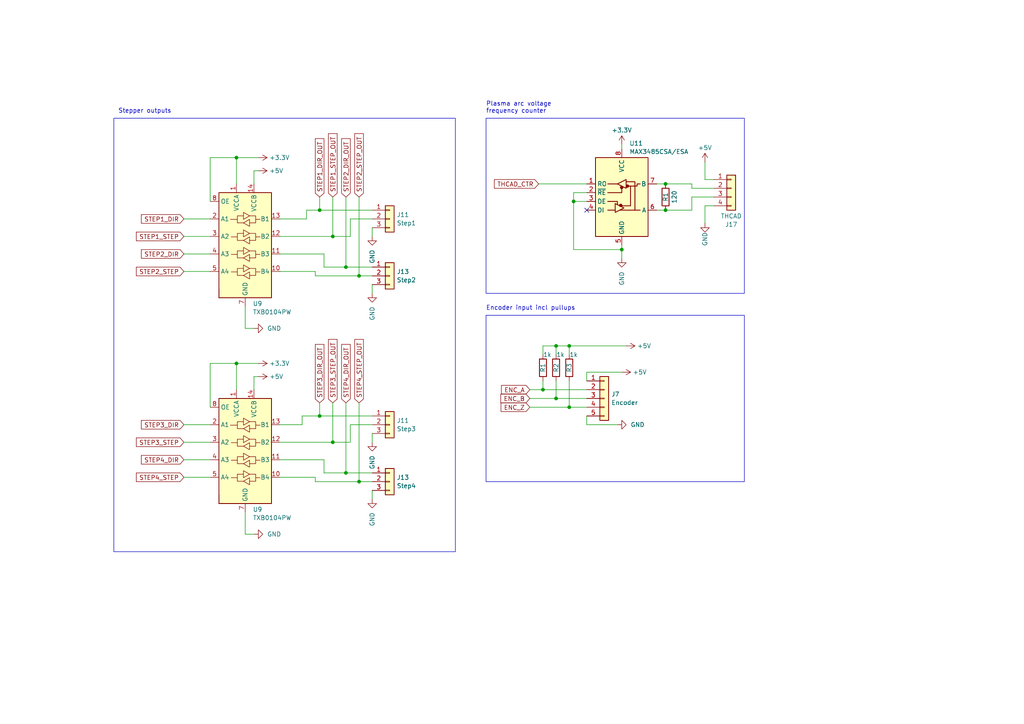
<source format=kicad_sch>
(kicad_sch (version 20230121) (generator eeschema)

  (uuid 39cfbc0c-42ba-4187-8636-700b6ca8f3da)

  (paper "A4")

  (title_block
    (title "MetalMusings EaserCAT 3000")
  )

  (lib_symbols
    (symbol "Connector_Generic:Conn_01x03" (pin_names (offset 1.016) hide) (in_bom yes) (on_board yes)
      (property "Reference" "J" (at 0 5.08 0)
        (effects (font (size 1.27 1.27)))
      )
      (property "Value" "Conn_01x03" (at 0 -5.08 0)
        (effects (font (size 1.27 1.27)))
      )
      (property "Footprint" "" (at 0 0 0)
        (effects (font (size 1.27 1.27)) hide)
      )
      (property "Datasheet" "~" (at 0 0 0)
        (effects (font (size 1.27 1.27)) hide)
      )
      (property "ki_keywords" "connector" (at 0 0 0)
        (effects (font (size 1.27 1.27)) hide)
      )
      (property "ki_description" "Generic connector, single row, 01x03, script generated (kicad-library-utils/schlib/autogen/connector/)" (at 0 0 0)
        (effects (font (size 1.27 1.27)) hide)
      )
      (property "ki_fp_filters" "Connector*:*_1x??_*" (at 0 0 0)
        (effects (font (size 1.27 1.27)) hide)
      )
      (symbol "Conn_01x03_1_1"
        (rectangle (start -1.27 -2.413) (end 0 -2.667)
          (stroke (width 0.1524) (type default))
          (fill (type none))
        )
        (rectangle (start -1.27 0.127) (end 0 -0.127)
          (stroke (width 0.1524) (type default))
          (fill (type none))
        )
        (rectangle (start -1.27 2.667) (end 0 2.413)
          (stroke (width 0.1524) (type default))
          (fill (type none))
        )
        (rectangle (start -1.27 3.81) (end 1.27 -3.81)
          (stroke (width 0.254) (type default))
          (fill (type background))
        )
        (pin passive line (at -5.08 2.54 0) (length 3.81)
          (name "Pin_1" (effects (font (size 1.27 1.27))))
          (number "1" (effects (font (size 1.27 1.27))))
        )
        (pin passive line (at -5.08 0 0) (length 3.81)
          (name "Pin_2" (effects (font (size 1.27 1.27))))
          (number "2" (effects (font (size 1.27 1.27))))
        )
        (pin passive line (at -5.08 -2.54 0) (length 3.81)
          (name "Pin_3" (effects (font (size 1.27 1.27))))
          (number "3" (effects (font (size 1.27 1.27))))
        )
      )
    )
    (symbol "Connector_Generic:Conn_01x04" (pin_names (offset 1.016) hide) (in_bom yes) (on_board yes)
      (property "Reference" "J" (at 0 5.08 0)
        (effects (font (size 1.27 1.27)))
      )
      (property "Value" "Conn_01x04" (at 0 -7.62 0)
        (effects (font (size 1.27 1.27)))
      )
      (property "Footprint" "" (at 0 0 0)
        (effects (font (size 1.27 1.27)) hide)
      )
      (property "Datasheet" "~" (at 0 0 0)
        (effects (font (size 1.27 1.27)) hide)
      )
      (property "ki_keywords" "connector" (at 0 0 0)
        (effects (font (size 1.27 1.27)) hide)
      )
      (property "ki_description" "Generic connector, single row, 01x04, script generated (kicad-library-utils/schlib/autogen/connector/)" (at 0 0 0)
        (effects (font (size 1.27 1.27)) hide)
      )
      (property "ki_fp_filters" "Connector*:*_1x??_*" (at 0 0 0)
        (effects (font (size 1.27 1.27)) hide)
      )
      (symbol "Conn_01x04_1_1"
        (rectangle (start -1.27 -4.953) (end 0 -5.207)
          (stroke (width 0.1524) (type default))
          (fill (type none))
        )
        (rectangle (start -1.27 -2.413) (end 0 -2.667)
          (stroke (width 0.1524) (type default))
          (fill (type none))
        )
        (rectangle (start -1.27 0.127) (end 0 -0.127)
          (stroke (width 0.1524) (type default))
          (fill (type none))
        )
        (rectangle (start -1.27 2.667) (end 0 2.413)
          (stroke (width 0.1524) (type default))
          (fill (type none))
        )
        (rectangle (start -1.27 3.81) (end 1.27 -6.35)
          (stroke (width 0.254) (type default))
          (fill (type background))
        )
        (pin passive line (at -5.08 2.54 0) (length 3.81)
          (name "Pin_1" (effects (font (size 1.27 1.27))))
          (number "1" (effects (font (size 1.27 1.27))))
        )
        (pin passive line (at -5.08 0 0) (length 3.81)
          (name "Pin_2" (effects (font (size 1.27 1.27))))
          (number "2" (effects (font (size 1.27 1.27))))
        )
        (pin passive line (at -5.08 -2.54 0) (length 3.81)
          (name "Pin_3" (effects (font (size 1.27 1.27))))
          (number "3" (effects (font (size 1.27 1.27))))
        )
        (pin passive line (at -5.08 -5.08 0) (length 3.81)
          (name "Pin_4" (effects (font (size 1.27 1.27))))
          (number "4" (effects (font (size 1.27 1.27))))
        )
      )
    )
    (symbol "Connector_Generic:Conn_01x05" (pin_names (offset 1.016) hide) (in_bom yes) (on_board yes)
      (property "Reference" "J" (at 0 7.62 0)
        (effects (font (size 1.27 1.27)))
      )
      (property "Value" "Conn_01x05" (at 0 -7.62 0)
        (effects (font (size 1.27 1.27)))
      )
      (property "Footprint" "" (at 0 0 0)
        (effects (font (size 1.27 1.27)) hide)
      )
      (property "Datasheet" "~" (at 0 0 0)
        (effects (font (size 1.27 1.27)) hide)
      )
      (property "ki_keywords" "connector" (at 0 0 0)
        (effects (font (size 1.27 1.27)) hide)
      )
      (property "ki_description" "Generic connector, single row, 01x05, script generated (kicad-library-utils/schlib/autogen/connector/)" (at 0 0 0)
        (effects (font (size 1.27 1.27)) hide)
      )
      (property "ki_fp_filters" "Connector*:*_1x??_*" (at 0 0 0)
        (effects (font (size 1.27 1.27)) hide)
      )
      (symbol "Conn_01x05_1_1"
        (rectangle (start -1.27 -4.953) (end 0 -5.207)
          (stroke (width 0.1524) (type default))
          (fill (type none))
        )
        (rectangle (start -1.27 -2.413) (end 0 -2.667)
          (stroke (width 0.1524) (type default))
          (fill (type none))
        )
        (rectangle (start -1.27 0.127) (end 0 -0.127)
          (stroke (width 0.1524) (type default))
          (fill (type none))
        )
        (rectangle (start -1.27 2.667) (end 0 2.413)
          (stroke (width 0.1524) (type default))
          (fill (type none))
        )
        (rectangle (start -1.27 5.207) (end 0 4.953)
          (stroke (width 0.1524) (type default))
          (fill (type none))
        )
        (rectangle (start -1.27 6.35) (end 1.27 -6.35)
          (stroke (width 0.254) (type default))
          (fill (type background))
        )
        (pin passive line (at -5.08 5.08 0) (length 3.81)
          (name "Pin_1" (effects (font (size 1.27 1.27))))
          (number "1" (effects (font (size 1.27 1.27))))
        )
        (pin passive line (at -5.08 2.54 0) (length 3.81)
          (name "Pin_2" (effects (font (size 1.27 1.27))))
          (number "2" (effects (font (size 1.27 1.27))))
        )
        (pin passive line (at -5.08 0 0) (length 3.81)
          (name "Pin_3" (effects (font (size 1.27 1.27))))
          (number "3" (effects (font (size 1.27 1.27))))
        )
        (pin passive line (at -5.08 -2.54 0) (length 3.81)
          (name "Pin_4" (effects (font (size 1.27 1.27))))
          (number "4" (effects (font (size 1.27 1.27))))
        )
        (pin passive line (at -5.08 -5.08 0) (length 3.81)
          (name "Pin_5" (effects (font (size 1.27 1.27))))
          (number "5" (effects (font (size 1.27 1.27))))
        )
      )
    )
    (symbol "Device:R" (pin_numbers hide) (pin_names (offset 0)) (in_bom yes) (on_board yes)
      (property "Reference" "R" (at 2.032 0 90)
        (effects (font (size 1.27 1.27)))
      )
      (property "Value" "R" (at 0 0 90)
        (effects (font (size 1.27 1.27)))
      )
      (property "Footprint" "" (at -1.778 0 90)
        (effects (font (size 1.27 1.27)) hide)
      )
      (property "Datasheet" "~" (at 0 0 0)
        (effects (font (size 1.27 1.27)) hide)
      )
      (property "ki_keywords" "R res resistor" (at 0 0 0)
        (effects (font (size 1.27 1.27)) hide)
      )
      (property "ki_description" "Resistor" (at 0 0 0)
        (effects (font (size 1.27 1.27)) hide)
      )
      (property "ki_fp_filters" "R_*" (at 0 0 0)
        (effects (font (size 1.27 1.27)) hide)
      )
      (symbol "R_0_1"
        (rectangle (start -1.016 -2.54) (end 1.016 2.54)
          (stroke (width 0.254) (type default))
          (fill (type none))
        )
      )
      (symbol "R_1_1"
        (pin passive line (at 0 3.81 270) (length 1.27)
          (name "~" (effects (font (size 1.27 1.27))))
          (number "1" (effects (font (size 1.27 1.27))))
        )
        (pin passive line (at 0 -3.81 90) (length 1.27)
          (name "~" (effects (font (size 1.27 1.27))))
          (number "2" (effects (font (size 1.27 1.27))))
        )
      )
    )
    (symbol "Interface_UART:MAX3485" (in_bom yes) (on_board yes)
      (property "Reference" "U" (at -6.096 11.43 0)
        (effects (font (size 1.27 1.27)))
      )
      (property "Value" "MAX3485" (at 0.762 11.43 0)
        (effects (font (size 1.27 1.27)) (justify left))
      )
      (property "Footprint" "" (at 0 -17.78 0)
        (effects (font (size 1.27 1.27)) hide)
      )
      (property "Datasheet" "https://datasheets.maximintegrated.com/en/ds/MAX3483-MAX3491.pdf" (at 0 1.27 0)
        (effects (font (size 1.27 1.27)) hide)
      )
      (property "ki_keywords" "RS-485 RS-422 UART line-driver transceiver" (at 0 0 0)
        (effects (font (size 1.27 1.27)) hide)
      )
      (property "ki_description" "True RS-485/RS-422, 10Mbps, Slew-Rate Limited, with low-power shutdown, with receiver/driver enable, 32 receiver drive capacitity, DIP-8 and SOIC-8" (at 0 0 0)
        (effects (font (size 1.27 1.27)) hide)
      )
      (property "ki_fp_filters" "DIP*W7.62mm* SOIC*3.9x4.9mm*P1.27mm*" (at 0 0 0)
        (effects (font (size 1.27 1.27)) hide)
      )
      (symbol "MAX3485_0_1"
        (rectangle (start -7.62 10.16) (end 7.62 -12.7)
          (stroke (width 0.254) (type default))
          (fill (type background))
        )
        (circle (center -0.3048 -3.683) (radius 0.3556)
          (stroke (width 0.254) (type default))
          (fill (type outline))
        )
        (circle (center -0.0254 1.4986) (radius 0.3556)
          (stroke (width 0.254) (type default))
          (fill (type outline))
        )
        (polyline
          (pts
            (xy -4.064 -5.08)
            (xy -1.905 -5.08)
          )
          (stroke (width 0.254) (type default))
          (fill (type none))
        )
        (polyline
          (pts
            (xy -4.064 2.54)
            (xy -1.27 2.54)
          )
          (stroke (width 0.254) (type default))
          (fill (type none))
        )
        (polyline
          (pts
            (xy -1.27 -3.2004)
            (xy -1.27 -3.4544)
          )
          (stroke (width 0.254) (type default))
          (fill (type none))
        )
        (polyline
          (pts
            (xy -0.635 -5.08)
            (xy 5.334 -5.08)
          )
          (stroke (width 0.254) (type default))
          (fill (type none))
        )
        (polyline
          (pts
            (xy -4.064 -2.54)
            (xy -1.27 -2.54)
            (xy -1.27 -3.175)
          )
          (stroke (width 0.254) (type default))
          (fill (type none))
        )
        (polyline
          (pts
            (xy 0 1.27)
            (xy 0 0)
            (xy -4.064 0)
          )
          (stroke (width 0.254) (type default))
          (fill (type none))
        )
        (polyline
          (pts
            (xy 1.27 3.175)
            (xy 3.81 3.175)
            (xy 3.81 -5.08)
          )
          (stroke (width 0.254) (type default))
          (fill (type none))
        )
        (polyline
          (pts
            (xy 2.54 1.905)
            (xy 2.54 -3.81)
            (xy 0 -3.81)
          )
          (stroke (width 0.254) (type default))
          (fill (type none))
        )
        (polyline
          (pts
            (xy -1.905 -3.175)
            (xy -1.905 -5.715)
            (xy 0.635 -4.445)
            (xy -1.905 -3.175)
          )
          (stroke (width 0.254) (type default))
          (fill (type none))
        )
        (polyline
          (pts
            (xy -1.27 2.54)
            (xy 1.27 3.81)
            (xy 1.27 1.27)
            (xy -1.27 2.54)
          )
          (stroke (width 0.254) (type default))
          (fill (type none))
        )
        (polyline
          (pts
            (xy 1.905 1.905)
            (xy 4.445 1.905)
            (xy 4.445 2.54)
            (xy 5.334 2.54)
          )
          (stroke (width 0.254) (type default))
          (fill (type none))
        )
        (rectangle (start 1.27 3.175) (end 1.27 3.175)
          (stroke (width 0) (type default))
          (fill (type none))
        )
        (circle (center 1.651 1.905) (radius 0.3556)
          (stroke (width 0.254) (type default))
          (fill (type outline))
        )
      )
      (symbol "MAX3485_1_1"
        (pin output line (at -10.16 2.54 0) (length 2.54)
          (name "RO" (effects (font (size 1.27 1.27))))
          (number "1" (effects (font (size 1.27 1.27))))
        )
        (pin input line (at -10.16 0 0) (length 2.54)
          (name "~{RE}" (effects (font (size 1.27 1.27))))
          (number "2" (effects (font (size 1.27 1.27))))
        )
        (pin input line (at -10.16 -2.54 0) (length 2.54)
          (name "DE" (effects (font (size 1.27 1.27))))
          (number "3" (effects (font (size 1.27 1.27))))
        )
        (pin input line (at -10.16 -5.08 0) (length 2.54)
          (name "DI" (effects (font (size 1.27 1.27))))
          (number "4" (effects (font (size 1.27 1.27))))
        )
        (pin power_in line (at 0 -15.24 90) (length 2.54)
          (name "GND" (effects (font (size 1.27 1.27))))
          (number "5" (effects (font (size 1.27 1.27))))
        )
        (pin bidirectional line (at 10.16 -5.08 180) (length 2.54)
          (name "A" (effects (font (size 1.27 1.27))))
          (number "6" (effects (font (size 1.27 1.27))))
        )
        (pin bidirectional line (at 10.16 2.54 180) (length 2.54)
          (name "B" (effects (font (size 1.27 1.27))))
          (number "7" (effects (font (size 1.27 1.27))))
        )
        (pin power_in line (at 0 12.7 270) (length 2.54)
          (name "VCC" (effects (font (size 1.27 1.27))))
          (number "8" (effects (font (size 1.27 1.27))))
        )
      )
    )
    (symbol "Logic_LevelTranslator:TXB0104PW" (in_bom yes) (on_board yes)
      (property "Reference" "U" (at -6.35 16.51 0)
        (effects (font (size 1.27 1.27)))
      )
      (property "Value" "TXB0104PW" (at 3.81 16.51 0)
        (effects (font (size 1.27 1.27)) (justify left))
      )
      (property "Footprint" "Package_SO:TSSOP-14_4.4x5mm_P0.65mm" (at 0 -19.05 0)
        (effects (font (size 1.27 1.27)) hide)
      )
      (property "Datasheet" "http://www.ti.com/lit/ds/symlink/txb0104.pdf" (at 2.794 2.413 0)
        (effects (font (size 1.27 1.27)) hide)
      )
      (property "ki_keywords" "Level-Shifter CMOS-TTL-Translation" (at 0 0 0)
        (effects (font (size 1.27 1.27)) hide)
      )
      (property "ki_description" "4-Bit Bidirectional Voltage-Level Translator, Auto Direction Sensing and ±15-kV ESD Protection, 1.2 - 3.6V APort, 1.65 - 5.5V BPort, TSSOP-14" (at 0 0 0)
        (effects (font (size 1.27 1.27)) hide)
      )
      (property "ki_fp_filters" "TSSOP*14*5mm*P0.65mm*" (at 0 0 0)
        (effects (font (size 1.27 1.27)) hide)
      )
      (symbol "TXB0104PW_0_1"
        (rectangle (start -7.62 -15.24) (end -7.62 -12.7)
          (stroke (width 0.254) (type default))
          (fill (type none))
        )
        (rectangle (start -7.62 15.24) (end 7.62 -15.24)
          (stroke (width 0.254) (type default))
          (fill (type background))
        )
        (polyline
          (pts
            (xy -2.286 -7.747)
            (xy -2.286 -6.731)
            (xy -0.508 -6.731)
          )
          (stroke (width 0) (type default))
          (fill (type none))
        )
        (polyline
          (pts
            (xy -2.286 -2.667)
            (xy -2.286 -1.651)
            (xy -0.508 -1.651)
          )
          (stroke (width 0) (type default))
          (fill (type none))
        )
        (polyline
          (pts
            (xy -2.286 2.413)
            (xy -2.286 3.429)
            (xy -0.508 3.429)
          )
          (stroke (width 0) (type default))
          (fill (type none))
        )
        (polyline
          (pts
            (xy -2.286 7.493)
            (xy -2.286 8.509)
            (xy -0.508 8.509)
          )
          (stroke (width 0) (type default))
          (fill (type none))
        )
        (polyline
          (pts
            (xy 3.048 -7.747)
            (xy 3.048 -8.763)
            (xy 1.27 -8.763)
          )
          (stroke (width 0) (type default))
          (fill (type none))
        )
        (polyline
          (pts
            (xy 3.048 -2.667)
            (xy 3.048 -3.683)
            (xy 1.27 -3.683)
          )
          (stroke (width 0) (type default))
          (fill (type none))
        )
        (polyline
          (pts
            (xy 3.048 2.413)
            (xy 3.048 1.397)
            (xy 1.27 1.397)
          )
          (stroke (width 0) (type default))
          (fill (type none))
        )
        (polyline
          (pts
            (xy 3.048 7.493)
            (xy 3.048 6.477)
            (xy 1.27 6.477)
          )
          (stroke (width 0) (type default))
          (fill (type none))
        )
        (polyline
          (pts
            (xy -0.508 -8.763)
            (xy -2.286 -8.763)
            (xy -2.286 -7.747)
            (xy -4.064 -7.747)
          )
          (stroke (width 0) (type default))
          (fill (type none))
        )
        (polyline
          (pts
            (xy -0.508 -8.763)
            (xy 1.27 -7.747)
            (xy 1.27 -9.779)
            (xy -0.508 -8.763)
          )
          (stroke (width 0) (type default))
          (fill (type none))
        )
        (polyline
          (pts
            (xy -0.508 -3.683)
            (xy -2.286 -3.683)
            (xy -2.286 -2.667)
            (xy -4.064 -2.667)
          )
          (stroke (width 0) (type default))
          (fill (type none))
        )
        (polyline
          (pts
            (xy -0.508 -3.683)
            (xy 1.27 -2.667)
            (xy 1.27 -4.699)
            (xy -0.508 -3.683)
          )
          (stroke (width 0) (type default))
          (fill (type none))
        )
        (polyline
          (pts
            (xy -0.508 1.397)
            (xy -2.286 1.397)
            (xy -2.286 2.413)
            (xy -4.064 2.413)
          )
          (stroke (width 0) (type default))
          (fill (type none))
        )
        (polyline
          (pts
            (xy -0.508 1.397)
            (xy 1.27 2.413)
            (xy 1.27 0.381)
            (xy -0.508 1.397)
          )
          (stroke (width 0) (type default))
          (fill (type none))
        )
        (polyline
          (pts
            (xy -0.508 6.477)
            (xy -2.286 6.477)
            (xy -2.286 7.493)
            (xy -4.318 7.493)
          )
          (stroke (width 0) (type default))
          (fill (type none))
        )
        (polyline
          (pts
            (xy -0.508 6.477)
            (xy 1.27 7.493)
            (xy 1.27 5.461)
            (xy -0.508 6.477)
          )
          (stroke (width 0) (type default))
          (fill (type none))
        )
        (polyline
          (pts
            (xy 1.27 -6.731)
            (xy -0.508 -7.747)
            (xy -0.508 -5.715)
            (xy 1.27 -6.731)
          )
          (stroke (width 0) (type default))
          (fill (type none))
        )
        (polyline
          (pts
            (xy 1.27 -6.731)
            (xy 3.048 -6.731)
            (xy 3.048 -7.747)
            (xy 4.318 -7.747)
          )
          (stroke (width 0) (type default))
          (fill (type none))
        )
        (polyline
          (pts
            (xy 1.27 -1.651)
            (xy -0.508 -2.667)
            (xy -0.508 -0.635)
            (xy 1.27 -1.651)
          )
          (stroke (width 0) (type default))
          (fill (type none))
        )
        (polyline
          (pts
            (xy 1.27 -1.651)
            (xy 3.048 -1.651)
            (xy 3.048 -2.667)
            (xy 4.318 -2.667)
          )
          (stroke (width 0) (type default))
          (fill (type none))
        )
        (polyline
          (pts
            (xy 1.27 3.429)
            (xy -0.508 2.413)
            (xy -0.508 4.445)
            (xy 1.27 3.429)
          )
          (stroke (width 0) (type default))
          (fill (type none))
        )
        (polyline
          (pts
            (xy 1.27 3.429)
            (xy 3.048 3.429)
            (xy 3.048 2.413)
            (xy 4.318 2.413)
          )
          (stroke (width 0) (type default))
          (fill (type none))
        )
        (polyline
          (pts
            (xy 1.27 8.509)
            (xy -0.508 7.493)
            (xy -0.508 9.525)
            (xy 1.27 8.509)
          )
          (stroke (width 0) (type default))
          (fill (type none))
        )
        (polyline
          (pts
            (xy 1.27 8.509)
            (xy 3.048 8.509)
            (xy 3.048 7.493)
            (xy 4.318 7.493)
          )
          (stroke (width 0) (type default))
          (fill (type none))
        )
      )
      (symbol "TXB0104PW_1_1"
        (pin power_in line (at -2.54 17.78 270) (length 2.54)
          (name "VCCA" (effects (font (size 1.27 1.27))))
          (number "1" (effects (font (size 1.27 1.27))))
        )
        (pin bidirectional line (at 10.16 -7.62 180) (length 2.54)
          (name "B4" (effects (font (size 1.27 1.27))))
          (number "10" (effects (font (size 1.27 1.27))))
        )
        (pin bidirectional line (at 10.16 -2.54 180) (length 2.54)
          (name "B3" (effects (font (size 1.27 1.27))))
          (number "11" (effects (font (size 1.27 1.27))))
        )
        (pin bidirectional line (at 10.16 2.54 180) (length 2.54)
          (name "B2" (effects (font (size 1.27 1.27))))
          (number "12" (effects (font (size 1.27 1.27))))
        )
        (pin bidirectional line (at 10.16 7.62 180) (length 2.54)
          (name "B1" (effects (font (size 1.27 1.27))))
          (number "13" (effects (font (size 1.27 1.27))))
        )
        (pin power_in line (at 2.54 17.78 270) (length 2.54)
          (name "VCCB" (effects (font (size 1.27 1.27))))
          (number "14" (effects (font (size 1.27 1.27))))
        )
        (pin bidirectional line (at -10.16 7.62 0) (length 2.54)
          (name "A1" (effects (font (size 1.27 1.27))))
          (number "2" (effects (font (size 1.27 1.27))))
        )
        (pin bidirectional line (at -10.16 2.54 0) (length 2.54)
          (name "A2" (effects (font (size 1.27 1.27))))
          (number "3" (effects (font (size 1.27 1.27))))
        )
        (pin bidirectional line (at -10.16 -2.54 0) (length 2.54)
          (name "A3" (effects (font (size 1.27 1.27))))
          (number "4" (effects (font (size 1.27 1.27))))
        )
        (pin bidirectional line (at -10.16 -7.62 0) (length 2.54)
          (name "A4" (effects (font (size 1.27 1.27))))
          (number "5" (effects (font (size 1.27 1.27))))
        )
        (pin no_connect line (at -7.62 -12.7 0) (length 2.54) hide
          (name "NC" (effects (font (size 1.27 1.27))))
          (number "6" (effects (font (size 1.27 1.27))))
        )
        (pin power_in line (at 0 -17.78 90) (length 2.54)
          (name "GND" (effects (font (size 1.27 1.27))))
          (number "7" (effects (font (size 1.27 1.27))))
        )
        (pin input line (at -10.16 12.7 0) (length 2.54)
          (name "OE" (effects (font (size 1.27 1.27))))
          (number "8" (effects (font (size 1.27 1.27))))
        )
        (pin no_connect line (at 7.62 -12.7 180) (length 2.54) hide
          (name "NC" (effects (font (size 1.27 1.27))))
          (number "9" (effects (font (size 1.27 1.27))))
        )
      )
    )
    (symbol "power:+3.3V" (power) (pin_names (offset 0)) (in_bom yes) (on_board yes)
      (property "Reference" "#PWR" (at 0 -3.81 0)
        (effects (font (size 1.27 1.27)) hide)
      )
      (property "Value" "+3.3V" (at 0 3.556 0)
        (effects (font (size 1.27 1.27)))
      )
      (property "Footprint" "" (at 0 0 0)
        (effects (font (size 1.27 1.27)) hide)
      )
      (property "Datasheet" "" (at 0 0 0)
        (effects (font (size 1.27 1.27)) hide)
      )
      (property "ki_keywords" "global power" (at 0 0 0)
        (effects (font (size 1.27 1.27)) hide)
      )
      (property "ki_description" "Power symbol creates a global label with name \"+3.3V\"" (at 0 0 0)
        (effects (font (size 1.27 1.27)) hide)
      )
      (symbol "+3.3V_0_1"
        (polyline
          (pts
            (xy -0.762 1.27)
            (xy 0 2.54)
          )
          (stroke (width 0) (type default))
          (fill (type none))
        )
        (polyline
          (pts
            (xy 0 0)
            (xy 0 2.54)
          )
          (stroke (width 0) (type default))
          (fill (type none))
        )
        (polyline
          (pts
            (xy 0 2.54)
            (xy 0.762 1.27)
          )
          (stroke (width 0) (type default))
          (fill (type none))
        )
      )
      (symbol "+3.3V_1_1"
        (pin power_in line (at 0 0 90) (length 0) hide
          (name "+3.3V" (effects (font (size 1.27 1.27))))
          (number "1" (effects (font (size 1.27 1.27))))
        )
      )
    )
    (symbol "power:+5V" (power) (pin_names (offset 0)) (in_bom yes) (on_board yes)
      (property "Reference" "#PWR" (at 0 -3.81 0)
        (effects (font (size 1.27 1.27)) hide)
      )
      (property "Value" "+5V" (at 0 3.556 0)
        (effects (font (size 1.27 1.27)))
      )
      (property "Footprint" "" (at 0 0 0)
        (effects (font (size 1.27 1.27)) hide)
      )
      (property "Datasheet" "" (at 0 0 0)
        (effects (font (size 1.27 1.27)) hide)
      )
      (property "ki_keywords" "global power" (at 0 0 0)
        (effects (font (size 1.27 1.27)) hide)
      )
      (property "ki_description" "Power symbol creates a global label with name \"+5V\"" (at 0 0 0)
        (effects (font (size 1.27 1.27)) hide)
      )
      (symbol "+5V_0_1"
        (polyline
          (pts
            (xy -0.762 1.27)
            (xy 0 2.54)
          )
          (stroke (width 0) (type default))
          (fill (type none))
        )
        (polyline
          (pts
            (xy 0 0)
            (xy 0 2.54)
          )
          (stroke (width 0) (type default))
          (fill (type none))
        )
        (polyline
          (pts
            (xy 0 2.54)
            (xy 0.762 1.27)
          )
          (stroke (width 0) (type default))
          (fill (type none))
        )
      )
      (symbol "+5V_1_1"
        (pin power_in line (at 0 0 90) (length 0) hide
          (name "+5V" (effects (font (size 1.27 1.27))))
          (number "1" (effects (font (size 1.27 1.27))))
        )
      )
    )
    (symbol "power:GND" (power) (pin_names (offset 0)) (in_bom yes) (on_board yes)
      (property "Reference" "#PWR" (at 0 -6.35 0)
        (effects (font (size 1.27 1.27)) hide)
      )
      (property "Value" "GND" (at 0 -3.81 0)
        (effects (font (size 1.27 1.27)))
      )
      (property "Footprint" "" (at 0 0 0)
        (effects (font (size 1.27 1.27)) hide)
      )
      (property "Datasheet" "" (at 0 0 0)
        (effects (font (size 1.27 1.27)) hide)
      )
      (property "ki_keywords" "global power" (at 0 0 0)
        (effects (font (size 1.27 1.27)) hide)
      )
      (property "ki_description" "Power symbol creates a global label with name \"GND\" , ground" (at 0 0 0)
        (effects (font (size 1.27 1.27)) hide)
      )
      (symbol "GND_0_1"
        (polyline
          (pts
            (xy 0 0)
            (xy 0 -1.27)
            (xy 1.27 -1.27)
            (xy 0 -2.54)
            (xy -1.27 -1.27)
            (xy 0 -1.27)
          )
          (stroke (width 0) (type default))
          (fill (type none))
        )
      )
      (symbol "GND_1_1"
        (pin power_in line (at 0 0 270) (length 0) hide
          (name "GND" (effects (font (size 1.27 1.27))))
          (number "1" (effects (font (size 1.27 1.27))))
        )
      )
    )
  )

  (junction (at 104.14 139.7) (diameter 0) (color 0 0 0 0)
    (uuid 0e721998-893c-4dce-965f-728192032f75)
  )
  (junction (at 92.71 120.65) (diameter 0) (color 0 0 0 0)
    (uuid 21afe228-40b2-494b-9004-a13a672b2f98)
  )
  (junction (at 180.34 72.39) (diameter 0) (color 0 0 0 0)
    (uuid 37ed323d-92c7-4614-8bc4-d7359e3692c9)
  )
  (junction (at 104.14 80.01) (diameter 0) (color 0 0 0 0)
    (uuid 68069d8b-22c7-4378-8ad3-0fb4cb13f855)
  )
  (junction (at 165.1 100.33) (diameter 0) (color 0 0 0 0)
    (uuid 683d9ab9-e1cb-47bd-9d28-2fb2e97c4118)
  )
  (junction (at 161.29 115.57) (diameter 0) (color 0 0 0 0)
    (uuid 6e1ace0d-16b0-40e5-8264-e1c3817e4e6d)
  )
  (junction (at 68.58 45.72) (diameter 0) (color 0 0 0 0)
    (uuid 745e3e50-7dbd-49bd-ba57-85bae1fd0fac)
  )
  (junction (at 193.04 60.96) (diameter 0) (color 0 0 0 0)
    (uuid 76685157-e1d7-4504-815b-8e1e0347929f)
  )
  (junction (at 96.52 128.27) (diameter 0) (color 0 0 0 0)
    (uuid 79b3c81e-a35e-44b0-9628-d8c2f351efc8)
  )
  (junction (at 165.1 118.11) (diameter 0) (color 0 0 0 0)
    (uuid 84b2ca66-6f83-47cf-a342-96a42b1f0948)
  )
  (junction (at 96.52 68.58) (diameter 0) (color 0 0 0 0)
    (uuid 8cc57f72-e18d-4919-96ed-c8f17ae74324)
  )
  (junction (at 68.58 105.41) (diameter 0) (color 0 0 0 0)
    (uuid 8fc29f69-6b55-4ead-8136-0f330052924d)
  )
  (junction (at 166.37 58.42) (diameter 0) (color 0 0 0 0)
    (uuid 9750e5b1-6a68-43b1-b199-b68a8f0a5bc1)
  )
  (junction (at 161.29 100.33) (diameter 0) (color 0 0 0 0)
    (uuid a719d543-3cd0-4160-a022-0882e04d1c7e)
  )
  (junction (at 100.33 137.16) (diameter 0) (color 0 0 0 0)
    (uuid aa87c021-6bfc-4344-8102-e1b7d058ac5d)
  )
  (junction (at 193.04 53.34) (diameter 0) (color 0 0 0 0)
    (uuid af0394df-e48d-457c-884f-ffd856979ade)
  )
  (junction (at 100.33 77.47) (diameter 0) (color 0 0 0 0)
    (uuid cdaa2af4-6596-4df0-b7b9-21b0136e042f)
  )
  (junction (at 157.48 113.03) (diameter 0) (color 0 0 0 0)
    (uuid ea972e4e-c0af-4e8d-a77c-c97c2f13d033)
  )
  (junction (at 92.71 60.96) (diameter 0) (color 0 0 0 0)
    (uuid feb8b4fd-6ed1-41d6-b09e-7fe343575411)
  )

  (no_connect (at 170.18 60.96) (uuid b55a0831-1f80-4e60-afe5-fbeb09b31fb3))

  (wire (pts (xy 204.47 52.07) (xy 204.47 46.99))
    (stroke (width 0) (type default))
    (uuid 00af1383-82d5-4f44-9bd5-4f00ebe62789)
  )
  (wire (pts (xy 81.28 128.27) (xy 96.52 128.27))
    (stroke (width 0) (type default))
    (uuid 022b3f63-ff33-415d-8f8e-e91d454c2082)
  )
  (wire (pts (xy 93.98 137.16) (xy 93.98 133.35))
    (stroke (width 0) (type default))
    (uuid 039574c2-165e-42ea-adec-45936246a3ae)
  )
  (wire (pts (xy 101.6 128.27) (xy 101.6 123.19))
    (stroke (width 0) (type default))
    (uuid 043d3d54-e00a-4fe3-817d-ee88809e8647)
  )
  (wire (pts (xy 53.34 68.58) (xy 60.96 68.58))
    (stroke (width 0) (type default))
    (uuid 0483916f-ad06-494e-abf3-32c2b3012143)
  )
  (wire (pts (xy 170.18 123.19) (xy 170.18 120.65))
    (stroke (width 0) (type default))
    (uuid 07465d76-73cb-47cf-85b0-a212eeb4c245)
  )
  (wire (pts (xy 53.34 123.19) (xy 60.96 123.19))
    (stroke (width 0) (type default))
    (uuid 0762e0f7-d485-4359-81af-952410a01e73)
  )
  (wire (pts (xy 104.14 116.84) (xy 104.14 139.7))
    (stroke (width 0) (type default))
    (uuid 078ce940-0e71-4c96-87a0-fbeb4d632f86)
  )
  (wire (pts (xy 107.95 82.55) (xy 107.95 85.09))
    (stroke (width 0) (type default))
    (uuid 08028f6c-a86e-4b63-9431-eeac0576cf6e)
  )
  (wire (pts (xy 200.66 57.15) (xy 207.01 57.15))
    (stroke (width 0) (type default))
    (uuid 08fed954-f2cf-45a8-93c5-52d04333503a)
  )
  (wire (pts (xy 87.63 120.65) (xy 87.63 123.19))
    (stroke (width 0) (type default))
    (uuid 0bbc94eb-ba76-42f5-ab36-c4927b41901a)
  )
  (wire (pts (xy 91.44 139.7) (xy 104.14 139.7))
    (stroke (width 0) (type default))
    (uuid 0c65370c-3f9e-4f75-957a-4e592f662f1e)
  )
  (wire (pts (xy 161.29 100.33) (xy 165.1 100.33))
    (stroke (width 0) (type default))
    (uuid 0e8887a4-427f-4e39-bddc-e08029e86fc7)
  )
  (wire (pts (xy 91.44 78.74) (xy 91.44 80.01))
    (stroke (width 0) (type default))
    (uuid 0fe48177-76c6-48fe-9f91-ed78f4053ce3)
  )
  (wire (pts (xy 200.66 53.34) (xy 200.66 54.61))
    (stroke (width 0) (type default))
    (uuid 1087bd07-2fbc-4edf-86ca-c7387ed4763a)
  )
  (wire (pts (xy 200.66 57.15) (xy 200.66 60.96))
    (stroke (width 0) (type default))
    (uuid 1165c426-1c99-4aea-8b41-082f9356dd3d)
  )
  (wire (pts (xy 161.29 110.49) (xy 161.29 115.57))
    (stroke (width 0) (type default))
    (uuid 14f4e99a-f84b-4589-ac22-66b0b2ca9c99)
  )
  (wire (pts (xy 53.34 73.66) (xy 60.96 73.66))
    (stroke (width 0) (type default))
    (uuid 1595daf5-fa76-4a02-9419-416091d5decd)
  )
  (wire (pts (xy 100.33 116.84) (xy 100.33 137.16))
    (stroke (width 0) (type default))
    (uuid 173e5b1a-3adc-4184-b830-1250007e23a2)
  )
  (wire (pts (xy 157.48 110.49) (xy 157.48 113.03))
    (stroke (width 0) (type default))
    (uuid 1765b6ab-a3d1-422e-a173-3e2c01e5e4e5)
  )
  (wire (pts (xy 87.63 120.65) (xy 92.71 120.65))
    (stroke (width 0) (type default))
    (uuid 1e1ba85e-9259-489f-b805-ea8376b32346)
  )
  (wire (pts (xy 73.66 95.25) (xy 71.12 95.25))
    (stroke (width 0) (type default))
    (uuid 21329f6a-a580-4324-b449-86cabcac310b)
  )
  (wire (pts (xy 81.28 68.58) (xy 96.52 68.58))
    (stroke (width 0) (type default))
    (uuid 2940e15e-c8c2-49c3-ac1f-5b697cba2677)
  )
  (wire (pts (xy 81.28 78.74) (xy 91.44 78.74))
    (stroke (width 0) (type default))
    (uuid 296930d2-8f6f-488a-bc06-891d88d8ffb3)
  )
  (wire (pts (xy 180.34 72.39) (xy 180.34 74.93))
    (stroke (width 0) (type default))
    (uuid 29765ee6-86bc-4065-8694-08441f6c1b80)
  )
  (wire (pts (xy 92.71 120.65) (xy 107.95 120.65))
    (stroke (width 0) (type default))
    (uuid 2c067d49-36a7-44f4-9e39-140f4adc3464)
  )
  (wire (pts (xy 91.44 138.43) (xy 91.44 139.7))
    (stroke (width 0) (type default))
    (uuid 2e0ac4b5-218c-4967-947a-134bdc4b333c)
  )
  (wire (pts (xy 161.29 115.57) (xy 153.67 115.57))
    (stroke (width 0) (type default))
    (uuid 346a236b-d427-4af1-86b5-0caac3e862f5)
  )
  (wire (pts (xy 96.52 116.84) (xy 96.52 128.27))
    (stroke (width 0) (type default))
    (uuid 37828781-0af7-4b77-b426-1696be3d4736)
  )
  (wire (pts (xy 165.1 100.33) (xy 165.1 102.87))
    (stroke (width 0) (type default))
    (uuid 3891e985-b769-492a-b151-43bf81c93efa)
  )
  (wire (pts (xy 92.71 116.84) (xy 92.71 120.65))
    (stroke (width 0) (type default))
    (uuid 3955a344-e1ff-404a-acab-0570e07bb0a1)
  )
  (wire (pts (xy 156.21 53.34) (xy 170.18 53.34))
    (stroke (width 0) (type default))
    (uuid 3c67e0ed-3207-4832-b775-34aded55f1a5)
  )
  (wire (pts (xy 74.93 105.41) (xy 68.58 105.41))
    (stroke (width 0) (type default))
    (uuid 3d7a06e9-8829-417b-be94-63f28eb2fd9b)
  )
  (wire (pts (xy 93.98 77.47) (xy 93.98 73.66))
    (stroke (width 0) (type default))
    (uuid 3de85d8a-4197-4451-b0ee-911308e4bc04)
  )
  (wire (pts (xy 53.34 128.27) (xy 60.96 128.27))
    (stroke (width 0) (type default))
    (uuid 3fe8ea25-31b0-4d2f-b0f8-c5658374df47)
  )
  (wire (pts (xy 100.33 77.47) (xy 93.98 77.47))
    (stroke (width 0) (type default))
    (uuid 4487eeb3-5ab9-476a-a83e-11a8368efa08)
  )
  (wire (pts (xy 200.66 54.61) (xy 207.01 54.61))
    (stroke (width 0) (type default))
    (uuid 4a1ac9f3-57c5-4ec7-a1ae-7494a6d3b5d6)
  )
  (wire (pts (xy 74.93 45.72) (xy 68.58 45.72))
    (stroke (width 0) (type default))
    (uuid 4a78d1be-90fe-46e8-a769-be66b52ee969)
  )
  (wire (pts (xy 93.98 73.66) (xy 81.28 73.66))
    (stroke (width 0) (type default))
    (uuid 4c5e0f32-0147-4549-b120-32306e480ca5)
  )
  (wire (pts (xy 68.58 105.41) (xy 60.96 105.41))
    (stroke (width 0) (type default))
    (uuid 54a95eda-e187-441f-b048-114fb8051d0b)
  )
  (wire (pts (xy 165.1 100.33) (xy 181.61 100.33))
    (stroke (width 0) (type default))
    (uuid 5748ac3c-aa40-4338-91cb-09e7f27e32b9)
  )
  (wire (pts (xy 204.47 59.69) (xy 207.01 59.69))
    (stroke (width 0) (type default))
    (uuid 5ee11d42-eb8b-4f67-b43e-628265012120)
  )
  (wire (pts (xy 71.12 95.25) (xy 71.12 88.9))
    (stroke (width 0) (type default))
    (uuid 5f4d22bd-41f0-44fc-a0b6-340fc3fe0324)
  )
  (wire (pts (xy 68.58 45.72) (xy 60.96 45.72))
    (stroke (width 0) (type default))
    (uuid 5fd24010-5817-4ded-af94-dda2f4a3b47f)
  )
  (wire (pts (xy 71.12 154.94) (xy 73.66 154.94))
    (stroke (width 0) (type default))
    (uuid 6030b434-2870-4a73-98e2-d23d5ec9cd29)
  )
  (wire (pts (xy 53.34 63.5) (xy 60.96 63.5))
    (stroke (width 0) (type default))
    (uuid 6521e90b-7839-4f18-8fe1-973415662e99)
  )
  (wire (pts (xy 180.34 72.39) (xy 180.34 71.12))
    (stroke (width 0) (type default))
    (uuid 65e2f924-2e9e-4842-b52b-687fcb487481)
  )
  (wire (pts (xy 107.95 66.04) (xy 107.95 68.58))
    (stroke (width 0) (type default))
    (uuid 667a2758-9545-4543-a319-7f7c2376f1a9)
  )
  (wire (pts (xy 190.5 53.34) (xy 193.04 53.34))
    (stroke (width 0) (type default))
    (uuid 67537ad1-4e2f-4a32-9765-7ba4875fd098)
  )
  (wire (pts (xy 180.34 107.95) (xy 170.18 107.95))
    (stroke (width 0) (type default))
    (uuid 68ae044d-f4b4-461e-a4d4-8aded6fca61e)
  )
  (wire (pts (xy 53.34 138.43) (xy 60.96 138.43))
    (stroke (width 0) (type default))
    (uuid 6edf1c74-7683-4ed2-947a-8174179d9419)
  )
  (wire (pts (xy 166.37 72.39) (xy 180.34 72.39))
    (stroke (width 0) (type default))
    (uuid 701d7392-eb00-49e3-a9b4-2f6cfa660a9f)
  )
  (wire (pts (xy 161.29 100.33) (xy 161.29 102.87))
    (stroke (width 0) (type default))
    (uuid 7240d9a2-cd01-449e-a8d4-b8312f71888b)
  )
  (wire (pts (xy 71.12 154.94) (xy 71.12 148.59))
    (stroke (width 0) (type default))
    (uuid 73c80dc3-1e75-4e27-957f-6b7d918d3246)
  )
  (wire (pts (xy 101.6 63.5) (xy 107.95 63.5))
    (stroke (width 0) (type default))
    (uuid 741bbac1-e4f6-4a7a-981d-f94e05c7f95a)
  )
  (wire (pts (xy 170.18 107.95) (xy 170.18 110.49))
    (stroke (width 0) (type default))
    (uuid 7487b653-b62e-4c0e-a468-027f8168bddd)
  )
  (wire (pts (xy 104.14 80.01) (xy 107.95 80.01))
    (stroke (width 0) (type default))
    (uuid 75fffc53-e75e-4137-a154-881ba0891d90)
  )
  (wire (pts (xy 166.37 55.88) (xy 170.18 55.88))
    (stroke (width 0) (type default))
    (uuid 77cf8b9e-f61b-43bd-966b-ccf86cac9fe0)
  )
  (wire (pts (xy 204.47 52.07) (xy 207.01 52.07))
    (stroke (width 0) (type default))
    (uuid 78c4d81a-8cd7-4204-b127-67d702515bb3)
  )
  (wire (pts (xy 193.04 60.96) (xy 200.66 60.96))
    (stroke (width 0) (type default))
    (uuid 79ce384e-42f7-4583-b45c-c95ccbf35a3b)
  )
  (wire (pts (xy 92.71 60.96) (xy 107.95 60.96))
    (stroke (width 0) (type default))
    (uuid 7ac8c7c5-2472-4724-ada8-cb09f306e062)
  )
  (wire (pts (xy 73.66 109.22) (xy 74.93 109.22))
    (stroke (width 0) (type default))
    (uuid 7ba38daf-38f5-4275-bfd8-38bd5a2c0ac0)
  )
  (wire (pts (xy 93.98 133.35) (xy 81.28 133.35))
    (stroke (width 0) (type default))
    (uuid 801f0c58-9116-4b17-858f-04b5698c3192)
  )
  (wire (pts (xy 157.48 100.33) (xy 161.29 100.33))
    (stroke (width 0) (type default))
    (uuid 82e19398-256d-4a5d-95f6-8d89bb99d114)
  )
  (wire (pts (xy 104.14 139.7) (xy 107.95 139.7))
    (stroke (width 0) (type default))
    (uuid 8624041c-8ded-4587-898c-3c4258093edc)
  )
  (wire (pts (xy 165.1 110.49) (xy 165.1 118.11))
    (stroke (width 0) (type default))
    (uuid 874630da-7c87-493c-8c1f-33ae31cec068)
  )
  (wire (pts (xy 88.9 63.5) (xy 88.9 60.96))
    (stroke (width 0) (type default))
    (uuid 87b77d9c-8edd-43cd-ad33-211ec81dbac6)
  )
  (wire (pts (xy 68.58 45.72) (xy 68.58 53.34))
    (stroke (width 0) (type default))
    (uuid 8afb9b7d-3645-4b36-a688-81b33fd1c91b)
  )
  (wire (pts (xy 73.66 53.34) (xy 73.66 49.53))
    (stroke (width 0) (type default))
    (uuid 90d194bf-2950-4b99-bee7-10cd48f67e06)
  )
  (wire (pts (xy 193.04 53.34) (xy 200.66 53.34))
    (stroke (width 0) (type default))
    (uuid 91882306-e347-4452-8954-3a8d5ff67410)
  )
  (wire (pts (xy 107.95 77.47) (xy 100.33 77.47))
    (stroke (width 0) (type default))
    (uuid 98aa396d-380f-4ccb-9efc-2c7b82e05b9c)
  )
  (wire (pts (xy 81.28 63.5) (xy 88.9 63.5))
    (stroke (width 0) (type default))
    (uuid 9b238250-a01e-447c-99d9-36217f52fbb1)
  )
  (wire (pts (xy 190.5 60.96) (xy 193.04 60.96))
    (stroke (width 0) (type default))
    (uuid 9b895c16-54a7-428f-9102-5c2b51260af6)
  )
  (wire (pts (xy 165.1 118.11) (xy 153.67 118.11))
    (stroke (width 0) (type default))
    (uuid 9ce04e83-12fb-4e42-b9aa-23fb51d4d678)
  )
  (wire (pts (xy 179.07 123.19) (xy 170.18 123.19))
    (stroke (width 0) (type default))
    (uuid 9d78bb40-c999-4193-af4c-de9f9b1e9071)
  )
  (wire (pts (xy 93.98 137.16) (xy 100.33 137.16))
    (stroke (width 0) (type default))
    (uuid 9ff5c325-911f-4141-9696-93846ca8a4aa)
  )
  (wire (pts (xy 96.52 128.27) (xy 101.6 128.27))
    (stroke (width 0) (type default))
    (uuid a23a6a76-5e3c-4e97-8f8c-a958314a95bb)
  )
  (wire (pts (xy 53.34 78.74) (xy 60.96 78.74))
    (stroke (width 0) (type default))
    (uuid a64869e2-b137-4477-8caf-f9231b53a260)
  )
  (wire (pts (xy 161.29 115.57) (xy 170.18 115.57))
    (stroke (width 0) (type default))
    (uuid a8a1cdd0-f2df-4bed-9467-60e1f2ae75a6)
  )
  (wire (pts (xy 100.33 57.15) (xy 100.33 77.47))
    (stroke (width 0) (type default))
    (uuid ab93f39d-436f-49c8-b87c-c5f7f0b52f28)
  )
  (wire (pts (xy 157.48 113.03) (xy 153.67 113.03))
    (stroke (width 0) (type default))
    (uuid adba600e-d6ce-46b2-b8e6-83557370e0c7)
  )
  (wire (pts (xy 96.52 68.58) (xy 101.6 68.58))
    (stroke (width 0) (type default))
    (uuid b258a07a-5a63-4ad6-9b50-b19485c6dd2e)
  )
  (wire (pts (xy 107.95 142.24) (xy 107.95 144.78))
    (stroke (width 0) (type default))
    (uuid b41398e8-bcef-4627-aa66-983167b430bc)
  )
  (wire (pts (xy 91.44 80.01) (xy 104.14 80.01))
    (stroke (width 0) (type default))
    (uuid b536a6ce-f23d-4735-8e45-f90b23941ea8)
  )
  (wire (pts (xy 68.58 105.41) (xy 68.58 113.03))
    (stroke (width 0) (type default))
    (uuid be593ac2-3f9c-45f5-a99e-fc90468afd1d)
  )
  (wire (pts (xy 81.28 123.19) (xy 87.63 123.19))
    (stroke (width 0) (type default))
    (uuid c191cedd-cdf5-46b0-9066-38f9d12e666c)
  )
  (wire (pts (xy 73.66 113.03) (xy 73.66 109.22))
    (stroke (width 0) (type default))
    (uuid c2f6b9ea-13dd-488a-8607-316a08d87631)
  )
  (wire (pts (xy 170.18 58.42) (xy 166.37 58.42))
    (stroke (width 0) (type default))
    (uuid c4414625-f8ab-4fe9-9547-0ac0a19b7ee2)
  )
  (wire (pts (xy 157.48 113.03) (xy 170.18 113.03))
    (stroke (width 0) (type default))
    (uuid c6ed94ae-56fc-4cb8-99e7-60caac5ae8b6)
  )
  (wire (pts (xy 180.34 41.91) (xy 180.34 43.18))
    (stroke (width 0) (type default))
    (uuid c7a809a0-2c2e-4ba3-b292-083547343fab)
  )
  (wire (pts (xy 104.14 57.15) (xy 104.14 80.01))
    (stroke (width 0) (type default))
    (uuid cdfb1119-918d-444f-b066-8594b11632ef)
  )
  (wire (pts (xy 166.37 58.42) (xy 166.37 55.88))
    (stroke (width 0) (type default))
    (uuid dba83adf-b5b3-4e96-b1cb-a712fed941c7)
  )
  (wire (pts (xy 60.96 45.72) (xy 60.96 58.42))
    (stroke (width 0) (type default))
    (uuid dc1990a3-0fbc-4ee7-a8ac-b8af31ad550b)
  )
  (wire (pts (xy 88.9 60.96) (xy 92.71 60.96))
    (stroke (width 0) (type default))
    (uuid dc32fbdd-31f0-415b-b083-fc49da5a3d5a)
  )
  (wire (pts (xy 73.66 49.53) (xy 74.93 49.53))
    (stroke (width 0) (type default))
    (uuid dd9bcddf-cc93-4bb5-b096-c3ba6ac933db)
  )
  (wire (pts (xy 92.71 57.15) (xy 92.71 60.96))
    (stroke (width 0) (type default))
    (uuid e2ed06ce-42ad-4d15-9a40-4e8aa672d2ee)
  )
  (wire (pts (xy 166.37 58.42) (xy 166.37 72.39))
    (stroke (width 0) (type default))
    (uuid e4a8126a-f78d-4164-a25f-a40b85ea86f1)
  )
  (wire (pts (xy 107.95 125.73) (xy 107.95 128.27))
    (stroke (width 0) (type default))
    (uuid e5328e0a-631b-49c5-9ae5-25f3b987eadb)
  )
  (wire (pts (xy 53.34 133.35) (xy 60.96 133.35))
    (stroke (width 0) (type default))
    (uuid e6396607-07b0-4164-8e07-ba7445b5946e)
  )
  (wire (pts (xy 96.52 57.15) (xy 96.52 68.58))
    (stroke (width 0) (type default))
    (uuid e64ace11-450d-42c5-8299-161116e22719)
  )
  (wire (pts (xy 170.18 118.11) (xy 165.1 118.11))
    (stroke (width 0) (type default))
    (uuid e863041d-0244-4011-b022-ad7529d08168)
  )
  (wire (pts (xy 101.6 68.58) (xy 101.6 63.5))
    (stroke (width 0) (type default))
    (uuid eb07b2a7-a442-4f67-858f-2b4b053388be)
  )
  (wire (pts (xy 107.95 137.16) (xy 100.33 137.16))
    (stroke (width 0) (type default))
    (uuid ee2ff283-4edb-4673-a116-06b07e6c35e9)
  )
  (wire (pts (xy 101.6 123.19) (xy 107.95 123.19))
    (stroke (width 0) (type default))
    (uuid eed79582-b396-4bb8-9656-2ffbb9a92860)
  )
  (wire (pts (xy 60.96 105.41) (xy 60.96 118.11))
    (stroke (width 0) (type default))
    (uuid f55f0a8d-66a3-4699-ab73-1f5cfece3369)
  )
  (wire (pts (xy 157.48 102.87) (xy 157.48 100.33))
    (stroke (width 0) (type default))
    (uuid f79f6141-fa96-4ed9-b318-53b0121d9427)
  )
  (wire (pts (xy 204.47 64.77) (xy 204.47 59.69))
    (stroke (width 0) (type default))
    (uuid f88b9819-a59a-4a07-be5c-5c521a95b3e7)
  )
  (wire (pts (xy 81.28 138.43) (xy 91.44 138.43))
    (stroke (width 0) (type default))
    (uuid fd26b958-569e-4bc4-968f-45d082458c3a)
  )

  (rectangle (start 140.97 91.44) (end 215.9 139.7)
    (stroke (width 0) (type default))
    (fill (type none))
    (uuid 3ef8750f-6ace-4837-84fb-a688f448b3d1)
  )
  (rectangle (start 33.02 34.29) (end 132.08 160.02)
    (stroke (width 0) (type default))
    (fill (type none))
    (uuid da793583-4fa8-4d67-8c7e-823927d81327)
  )
  (rectangle (start 140.97 34.29) (end 215.9 85.09)
    (stroke (width 0) (type default))
    (fill (type none))
    (uuid ef5e87c3-cfa9-4773-afea-02daefed5b2d)
  )

  (text "Encoder input incl pullups" (at 140.97 90.17 0)
    (effects (font (size 1.27 1.27)) (justify left bottom))
    (uuid 0a450fc2-315a-40b5-9e58-cb323b5c5146)
  )
  (text "Plasma arc voltage\nfrequency counter" (at 140.97 33.02 0)
    (effects (font (size 1.27 1.27)) (justify left bottom))
    (uuid 26ccf782-2512-4136-834b-a8259a64e61a)
  )
  (text "Stepper outputs" (at 34.29 33.02 0)
    (effects (font (size 1.27 1.27)) (justify left bottom))
    (uuid e33fc6fd-d211-499e-a50f-b34f06235ac4)
  )

  (global_label "STEP2_DIR" (shape input) (at 53.34 73.66 180) (fields_autoplaced)
    (effects (font (size 1.27 1.27)) (justify right))
    (uuid 077b7921-7123-48ab-a1a1-220430f97d96)
    (property "Intersheetrefs" "${INTERSHEET_REFS}" (at 40.4368 73.66 0)
      (effects (font (size 1.27 1.27)) (justify right) hide)
    )
  )
  (global_label "STEP4_STEP" (shape input) (at 53.34 138.43 180) (fields_autoplaced)
    (effects (font (size 1.27 1.27)) (justify right))
    (uuid 1a5845dd-d267-4105-a125-df987fc219e7)
    (property "Intersheetrefs" "${INTERSHEET_REFS}" (at 38.9855 138.43 0)
      (effects (font (size 1.27 1.27)) (justify right) hide)
    )
  )
  (global_label "STEP3_DIR" (shape input) (at 53.34 123.19 180) (fields_autoplaced)
    (effects (font (size 1.27 1.27)) (justify right))
    (uuid 460bc270-d6b6-4188-bbad-86b499c710d5)
    (property "Intersheetrefs" "${INTERSHEET_REFS}" (at 40.4368 123.19 0)
      (effects (font (size 1.27 1.27)) (justify right) hide)
    )
  )
  (global_label "STEP2_STEP_OUT" (shape input) (at 104.14 57.15 90) (fields_autoplaced)
    (effects (font (size 1.27 1.27)) (justify left))
    (uuid 4b979f9f-f47c-4389-ab98-e5e9e0cbb50c)
    (property "Intersheetrefs" "${INTERSHEET_REFS}" (at 104.14 38.1993 90)
      (effects (font (size 1.27 1.27)) (justify left) hide)
    )
  )
  (global_label "STEP3_DIR_OUT" (shape input) (at 92.71 116.84 90) (fields_autoplaced)
    (effects (font (size 1.27 1.27)) (justify left))
    (uuid 52623fab-52b0-441b-9c38-b40a38853274)
    (property "Intersheetrefs" "${INTERSHEET_REFS}" (at 92.71 99.3406 90)
      (effects (font (size 1.27 1.27)) (justify left) hide)
    )
  )
  (global_label "THCAD_CTR" (shape input) (at 156.21 53.34 180) (fields_autoplaced)
    (effects (font (size 1.27 1.27)) (justify right))
    (uuid 52edb694-9ef0-41bf-8f8f-5d5a44928106)
    (property "Intersheetrefs" "${INTERSHEET_REFS}" (at 142.8229 53.34 0)
      (effects (font (size 1.27 1.27)) (justify right) hide)
    )
  )
  (global_label "STEP3_STEP" (shape input) (at 53.34 128.27 180) (fields_autoplaced)
    (effects (font (size 1.27 1.27)) (justify right))
    (uuid 584961ac-94a0-4d1a-b8c4-4d08104ae0e9)
    (property "Intersheetrefs" "${INTERSHEET_REFS}" (at 38.9855 128.27 0)
      (effects (font (size 1.27 1.27)) (justify right) hide)
    )
  )
  (global_label "STEP4_DIR_OUT" (shape input) (at 100.33 116.84 90) (fields_autoplaced)
    (effects (font (size 1.27 1.27)) (justify left))
    (uuid 5bb107fe-d6e9-4532-a464-a600aba324f5)
    (property "Intersheetrefs" "${INTERSHEET_REFS}" (at 100.33 99.3406 90)
      (effects (font (size 1.27 1.27)) (justify left) hide)
    )
  )
  (global_label "STEP1_STEP_OUT" (shape input) (at 96.52 57.15 90) (fields_autoplaced)
    (effects (font (size 1.27 1.27)) (justify left))
    (uuid 7411874e-a21d-416f-983d-5339d5130a2b)
    (property "Intersheetrefs" "${INTERSHEET_REFS}" (at 96.52 38.1993 90)
      (effects (font (size 1.27 1.27)) (justify left) hide)
    )
  )
  (global_label "STEP2_DIR_OUT" (shape input) (at 100.33 57.15 90) (fields_autoplaced)
    (effects (font (size 1.27 1.27)) (justify left))
    (uuid 74523e49-5eb4-4acb-9b49-395a8b850de4)
    (property "Intersheetrefs" "${INTERSHEET_REFS}" (at 100.33 39.6506 90)
      (effects (font (size 1.27 1.27)) (justify left) hide)
    )
  )
  (global_label "STEP1_DIR_OUT" (shape input) (at 92.71 57.15 90) (fields_autoplaced)
    (effects (font (size 1.27 1.27)) (justify left))
    (uuid 76fffac2-a795-445a-a00c-022d8974f943)
    (property "Intersheetrefs" "${INTERSHEET_REFS}" (at 92.71 39.6506 90)
      (effects (font (size 1.27 1.27)) (justify left) hide)
    )
  )
  (global_label "ENC_Z" (shape input) (at 153.67 118.11 180) (fields_autoplaced)
    (effects (font (size 1.27 1.27)) (justify right))
    (uuid 852483f3-8a5f-42b9-8e62-cd77d8cefcf5)
    (property "Intersheetrefs" "${INTERSHEET_REFS}" (at 144.7582 118.11 0)
      (effects (font (size 1.27 1.27)) (justify right) hide)
    )
  )
  (global_label "STEP3_STEP_OUT" (shape input) (at 96.52 116.84 90) (fields_autoplaced)
    (effects (font (size 1.27 1.27)) (justify left))
    (uuid 8869f3a6-b61f-46a3-a839-ec388b7c180e)
    (property "Intersheetrefs" "${INTERSHEET_REFS}" (at 96.52 97.8893 90)
      (effects (font (size 1.27 1.27)) (justify left) hide)
    )
  )
  (global_label "STEP2_STEP" (shape input) (at 53.34 78.74 180) (fields_autoplaced)
    (effects (font (size 1.27 1.27)) (justify right))
    (uuid a13ada29-ef31-4669-a939-8dda08832886)
    (property "Intersheetrefs" "${INTERSHEET_REFS}" (at 38.9855 78.74 0)
      (effects (font (size 1.27 1.27)) (justify right) hide)
    )
  )
  (global_label "STEP1_STEP" (shape input) (at 53.34 68.58 180) (fields_autoplaced)
    (effects (font (size 1.27 1.27)) (justify right))
    (uuid a3d08049-78e9-4840-a92c-efb2d293fdea)
    (property "Intersheetrefs" "${INTERSHEET_REFS}" (at 38.9855 68.58 0)
      (effects (font (size 1.27 1.27)) (justify right) hide)
    )
  )
  (global_label "STEP4_STEP_OUT" (shape input) (at 104.14 116.84 90) (fields_autoplaced)
    (effects (font (size 1.27 1.27)) (justify left))
    (uuid aec7f1d8-2ad0-4466-b943-75438af421a3)
    (property "Intersheetrefs" "${INTERSHEET_REFS}" (at 104.14 97.8893 90)
      (effects (font (size 1.27 1.27)) (justify left) hide)
    )
  )
  (global_label "STEP4_DIR" (shape input) (at 53.34 133.35 180) (fields_autoplaced)
    (effects (font (size 1.27 1.27)) (justify right))
    (uuid bc176d1b-11b8-4914-8d8c-b637f4c4dc61)
    (property "Intersheetrefs" "${INTERSHEET_REFS}" (at 40.4368 133.35 0)
      (effects (font (size 1.27 1.27)) (justify right) hide)
    )
  )
  (global_label "ENC_B" (shape input) (at 153.67 115.57 180) (fields_autoplaced)
    (effects (font (size 1.27 1.27)) (justify right))
    (uuid cd2d6c2e-71cf-44b3-a30b-15619489a54b)
    (property "Intersheetrefs" "${INTERSHEET_REFS}" (at 144.6977 115.57 0)
      (effects (font (size 1.27 1.27)) (justify right) hide)
    )
  )
  (global_label "ENC_A" (shape input) (at 153.67 113.03 180) (fields_autoplaced)
    (effects (font (size 1.27 1.27)) (justify right))
    (uuid cf550e5f-a4f4-4c54-a785-5765538467fa)
    (property "Intersheetrefs" "${INTERSHEET_REFS}" (at 144.8791 113.03 0)
      (effects (font (size 1.27 1.27)) (justify right) hide)
    )
  )
  (global_label "STEP1_DIR" (shape input) (at 53.34 63.5 180) (fields_autoplaced)
    (effects (font (size 1.27 1.27)) (justify right))
    (uuid d5591cf3-12d9-412f-8329-ebcb1263de92)
    (property "Intersheetrefs" "${INTERSHEET_REFS}" (at 40.4368 63.5 0)
      (effects (font (size 1.27 1.27)) (justify right) hide)
    )
  )

  (symbol (lib_id "power:GND") (at 107.95 128.27 0) (unit 1)
    (in_bom yes) (on_board yes) (dnp no)
    (uuid 09772107-282b-4ccd-824c-96baf78c93f9)
    (property "Reference" "#PWR?" (at 107.95 134.62 0)
      (effects (font (size 1.27 1.27)) hide)
    )
    (property "Value" "GND" (at 107.95 132.08 90)
      (effects (font (size 1.27 1.27)) (justify right))
    )
    (property "Footprint" "" (at 107.95 128.27 0)
      (effects (font (size 1.27 1.27)) hide)
    )
    (property "Datasheet" "" (at 107.95 128.27 0)
      (effects (font (size 1.27 1.27)) hide)
    )
    (pin "1" (uuid fe4970a1-c47d-4245-b796-5021f0ef5431))
    (instances
      (project "Ax58100-stm32-ethercat"
        (path "/5597aedc-b607-407f-bbfd-31b3b298ecb1/d564400f-40ba-4aca-9c2a-14ec52a8353b"
          (reference "#PWR?") (unit 1)
        )
        (path "/5597aedc-b607-407f-bbfd-31b3b298ecb1/0a376a6c-0f15-42f8-81f6-3a55619be267"
          (reference "#PWR069") (unit 1)
        )
        (path "/5597aedc-b607-407f-bbfd-31b3b298ecb1/cd91a270-7393-4003-91a3-e42304da540b"
          (reference "#PWR0128") (unit 1)
        )
      )
    )
  )

  (symbol (lib_id "Device:R") (at 193.04 57.15 180) (unit 1)
    (in_bom yes) (on_board yes) (dnp no)
    (uuid 1dac5abc-55dc-4384-8b44-0dcaff62638c)
    (property "Reference" "R1" (at 193.04 57.15 90)
      (effects (font (size 1.27 1.27)))
    )
    (property "Value" "120" (at 195.58 57.15 90)
      (effects (font (size 1.27 1.27)))
    )
    (property "Footprint" "Resistor_SMD:R_0805_2012Metric" (at 194.818 57.15 90)
      (effects (font (size 1.27 1.27)) hide)
    )
    (property "Datasheet" "~" (at 193.04 57.15 0)
      (effects (font (size 1.27 1.27)) hide)
    )
    (pin "1" (uuid f45addb3-5c74-4f9d-855e-d0f4a458a3f7))
    (pin "2" (uuid cea79c0d-0bd1-4cac-af06-576c7c05ed00))
    (instances
      (project "Ax58100-stm32-ethercat"
        (path "/5597aedc-b607-407f-bbfd-31b3b298ecb1/0a376a6c-0f15-42f8-81f6-3a55619be267"
          (reference "R1") (unit 1)
        )
        (path "/5597aedc-b607-407f-bbfd-31b3b298ecb1/cd91a270-7393-4003-91a3-e42304da540b"
          (reference "R47") (unit 1)
        )
      )
    )
  )

  (symbol (lib_id "power:+3.3V") (at 74.93 45.72 270) (unit 1)
    (in_bom yes) (on_board yes) (dnp no) (fields_autoplaced)
    (uuid 1f8e9e57-5f04-4ad4-ac3a-9b21bd6c121c)
    (property "Reference" "#PWR?" (at 71.12 45.72 0)
      (effects (font (size 1.27 1.27)) hide)
    )
    (property "Value" "+3.3V" (at 78.105 45.72 90)
      (effects (font (size 1.27 1.27)) (justify left))
    )
    (property "Footprint" "" (at 74.93 45.72 0)
      (effects (font (size 1.27 1.27)) hide)
    )
    (property "Datasheet" "" (at 74.93 45.72 0)
      (effects (font (size 1.27 1.27)) hide)
    )
    (pin "1" (uuid 8ec660bd-f7dc-48d6-a813-d3b1316efc79))
    (instances
      (project "Ax58100-stm32-ethercat"
        (path "/5597aedc-b607-407f-bbfd-31b3b298ecb1/d564400f-40ba-4aca-9c2a-14ec52a8353b"
          (reference "#PWR?") (unit 1)
        )
        (path "/5597aedc-b607-407f-bbfd-31b3b298ecb1/0a376a6c-0f15-42f8-81f6-3a55619be267"
          (reference "#PWR0106") (unit 1)
        )
        (path "/5597aedc-b607-407f-bbfd-31b3b298ecb1/cd91a270-7393-4003-91a3-e42304da540b"
          (reference "#PWR072") (unit 1)
        )
      )
    )
  )

  (symbol (lib_id "power:GND") (at 73.66 154.94 90) (unit 1)
    (in_bom yes) (on_board yes) (dnp no)
    (uuid 2adb15f2-4818-49e9-a1d5-b5ceb2f54793)
    (property "Reference" "#PWR?" (at 80.01 154.94 0)
      (effects (font (size 1.27 1.27)) hide)
    )
    (property "Value" "GND" (at 77.47 154.94 90)
      (effects (font (size 1.27 1.27)) (justify right))
    )
    (property "Footprint" "" (at 73.66 154.94 0)
      (effects (font (size 1.27 1.27)) hide)
    )
    (property "Datasheet" "" (at 73.66 154.94 0)
      (effects (font (size 1.27 1.27)) hide)
    )
    (pin "1" (uuid 12a95cf8-31f4-4933-8258-9ed617d74dd7))
    (instances
      (project "Ax58100-stm32-ethercat"
        (path "/5597aedc-b607-407f-bbfd-31b3b298ecb1/d564400f-40ba-4aca-9c2a-14ec52a8353b"
          (reference "#PWR?") (unit 1)
        )
        (path "/5597aedc-b607-407f-bbfd-31b3b298ecb1/0a376a6c-0f15-42f8-81f6-3a55619be267"
          (reference "#PWR0124") (unit 1)
        )
        (path "/5597aedc-b607-407f-bbfd-31b3b298ecb1/cd91a270-7393-4003-91a3-e42304da540b"
          (reference "#PWR0123") (unit 1)
        )
      )
    )
  )

  (symbol (lib_id "power:GND") (at 107.95 144.78 0) (unit 1)
    (in_bom yes) (on_board yes) (dnp no)
    (uuid 2dd93720-1c0c-4195-891a-465e38d9d7e7)
    (property "Reference" "#PWR?" (at 107.95 151.13 0)
      (effects (font (size 1.27 1.27)) hide)
    )
    (property "Value" "GND" (at 107.95 148.59 90)
      (effects (font (size 1.27 1.27)) (justify right))
    )
    (property "Footprint" "" (at 107.95 144.78 0)
      (effects (font (size 1.27 1.27)) hide)
    )
    (property "Datasheet" "" (at 107.95 144.78 0)
      (effects (font (size 1.27 1.27)) hide)
    )
    (pin "1" (uuid 24ebff87-d478-49cf-af37-3ab964950b11))
    (instances
      (project "Ax58100-stm32-ethercat"
        (path "/5597aedc-b607-407f-bbfd-31b3b298ecb1/d564400f-40ba-4aca-9c2a-14ec52a8353b"
          (reference "#PWR?") (unit 1)
        )
        (path "/5597aedc-b607-407f-bbfd-31b3b298ecb1/0a376a6c-0f15-42f8-81f6-3a55619be267"
          (reference "#PWR072") (unit 1)
        )
        (path "/5597aedc-b607-407f-bbfd-31b3b298ecb1/cd91a270-7393-4003-91a3-e42304da540b"
          (reference "#PWR0129") (unit 1)
        )
      )
    )
  )

  (symbol (lib_id "power:GND") (at 73.66 95.25 90) (unit 1)
    (in_bom yes) (on_board yes) (dnp no)
    (uuid 2fa94003-fb14-4b43-b5b1-c2bf639e3aee)
    (property "Reference" "#PWR?" (at 80.01 95.25 0)
      (effects (font (size 1.27 1.27)) hide)
    )
    (property "Value" "GND" (at 77.47 95.25 90)
      (effects (font (size 1.27 1.27)) (justify right))
    )
    (property "Footprint" "" (at 73.66 95.25 0)
      (effects (font (size 1.27 1.27)) hide)
    )
    (property "Datasheet" "" (at 73.66 95.25 0)
      (effects (font (size 1.27 1.27)) hide)
    )
    (pin "1" (uuid 198360ea-9fd8-46d0-82c3-ab71fd2a753e))
    (instances
      (project "Ax58100-stm32-ethercat"
        (path "/5597aedc-b607-407f-bbfd-31b3b298ecb1/d564400f-40ba-4aca-9c2a-14ec52a8353b"
          (reference "#PWR?") (unit 1)
        )
        (path "/5597aedc-b607-407f-bbfd-31b3b298ecb1/0a376a6c-0f15-42f8-81f6-3a55619be267"
          (reference "#PWR0124") (unit 1)
        )
        (path "/5597aedc-b607-407f-bbfd-31b3b298ecb1/cd91a270-7393-4003-91a3-e42304da540b"
          (reference "#PWR069") (unit 1)
        )
      )
    )
  )

  (symbol (lib_id "power:+5V") (at 180.34 107.95 270) (unit 1)
    (in_bom yes) (on_board yes) (dnp no) (fields_autoplaced)
    (uuid 3046d5c1-d11b-46c4-bfe3-a27f58ea13aa)
    (property "Reference" "#PWR?" (at 176.53 107.95 0)
      (effects (font (size 1.27 1.27)) hide)
    )
    (property "Value" "+5V" (at 183.515 107.95 90)
      (effects (font (size 1.27 1.27)) (justify left))
    )
    (property "Footprint" "" (at 180.34 107.95 0)
      (effects (font (size 1.27 1.27)) hide)
    )
    (property "Datasheet" "" (at 180.34 107.95 0)
      (effects (font (size 1.27 1.27)) hide)
    )
    (pin "1" (uuid 615cb663-895d-47bb-a797-72ddf20984d9))
    (instances
      (project "Ax58100-stm32-ethercat"
        (path "/5597aedc-b607-407f-bbfd-31b3b298ecb1/d564400f-40ba-4aca-9c2a-14ec52a8353b"
          (reference "#PWR?") (unit 1)
        )
        (path "/5597aedc-b607-407f-bbfd-31b3b298ecb1/0a376a6c-0f15-42f8-81f6-3a55619be267"
          (reference "#PWR0114") (unit 1)
        )
        (path "/5597aedc-b607-407f-bbfd-31b3b298ecb1/cd91a270-7393-4003-91a3-e42304da540b"
          (reference "#PWR0114") (unit 1)
        )
      )
    )
  )

  (symbol (lib_id "Device:R") (at 157.48 106.68 180) (unit 1)
    (in_bom yes) (on_board yes) (dnp no)
    (uuid 3446d601-b435-46b4-832e-d6c880b3d69f)
    (property "Reference" "R1" (at 157.48 106.68 90)
      (effects (font (size 1.27 1.27)))
    )
    (property "Value" "1k" (at 158.75 102.87 0)
      (effects (font (size 1.27 1.27)))
    )
    (property "Footprint" "Resistor_SMD:R_0805_2012Metric" (at 159.258 106.68 90)
      (effects (font (size 1.27 1.27)) hide)
    )
    (property "Datasheet" "~" (at 157.48 106.68 0)
      (effects (font (size 1.27 1.27)) hide)
    )
    (pin "1" (uuid bcca4bba-8a7e-48a1-bb43-1d9da80508f2))
    (pin "2" (uuid faa3bece-9eb5-4250-b910-c5c2fb13598b))
    (instances
      (project "Ax58100-stm32-ethercat"
        (path "/5597aedc-b607-407f-bbfd-31b3b298ecb1/0a376a6c-0f15-42f8-81f6-3a55619be267"
          (reference "R1") (unit 1)
        )
        (path "/5597aedc-b607-407f-bbfd-31b3b298ecb1/cd91a270-7393-4003-91a3-e42304da540b"
          (reference "R1") (unit 1)
        )
      )
    )
  )

  (symbol (lib_id "Connector_Generic:Conn_01x04") (at 212.09 54.61 0) (unit 1)
    (in_bom yes) (on_board yes) (dnp no)
    (uuid 383a7979-d655-4305-9c85-8b9a9cbd73ff)
    (property "Reference" "J17" (at 212.09 65.1043 0)
      (effects (font (size 1.27 1.27)))
    )
    (property "Value" "THCAD" (at 212.09 62.6801 0)
      (effects (font (size 1.27 1.27)))
    )
    (property "Footprint" "TerminalBlock:TerminalBlock_bornier-4_P5.08mm" (at 212.09 54.61 0)
      (effects (font (size 1.27 1.27)) hide)
    )
    (property "Datasheet" "~" (at 212.09 54.61 0)
      (effects (font (size 1.27 1.27)) hide)
    )
    (pin "1" (uuid 442446f2-91c3-4f7f-8e23-d65e123497aa))
    (pin "2" (uuid 3fc1c2cd-68ed-4bae-8e9e-cedca0938990))
    (pin "3" (uuid 24246c5a-68a8-4ce7-a11f-feff19424540))
    (pin "4" (uuid 0617b4c6-7fcb-4280-93c2-9d6204567bae))
    (instances
      (project "Ax58100-stm32-ethercat"
        (path "/5597aedc-b607-407f-bbfd-31b3b298ecb1/0a376a6c-0f15-42f8-81f6-3a55619be267"
          (reference "J17") (unit 1)
        )
        (path "/5597aedc-b607-407f-bbfd-31b3b298ecb1/cd91a270-7393-4003-91a3-e42304da540b"
          (reference "J21") (unit 1)
        )
      )
    )
  )

  (symbol (lib_id "power:+5V") (at 181.61 100.33 270) (unit 1)
    (in_bom yes) (on_board yes) (dnp no) (fields_autoplaced)
    (uuid 3b555771-8c98-4854-b496-e64486ad246e)
    (property "Reference" "#PWR?" (at 177.8 100.33 0)
      (effects (font (size 1.27 1.27)) hide)
    )
    (property "Value" "+5V" (at 184.785 100.33 90)
      (effects (font (size 1.27 1.27)) (justify left))
    )
    (property "Footprint" "" (at 181.61 100.33 0)
      (effects (font (size 1.27 1.27)) hide)
    )
    (property "Datasheet" "" (at 181.61 100.33 0)
      (effects (font (size 1.27 1.27)) hide)
    )
    (pin "1" (uuid 00d5fcf4-db25-4f47-9d58-104c03f847f6))
    (instances
      (project "Ax58100-stm32-ethercat"
        (path "/5597aedc-b607-407f-bbfd-31b3b298ecb1/d564400f-40ba-4aca-9c2a-14ec52a8353b"
          (reference "#PWR?") (unit 1)
        )
        (path "/5597aedc-b607-407f-bbfd-31b3b298ecb1/0a376a6c-0f15-42f8-81f6-3a55619be267"
          (reference "#PWR0114") (unit 1)
        )
        (path "/5597aedc-b607-407f-bbfd-31b3b298ecb1/cd91a270-7393-4003-91a3-e42304da540b"
          (reference "#PWR0113") (unit 1)
        )
      )
    )
  )

  (symbol (lib_id "Device:R") (at 165.1 106.68 180) (unit 1)
    (in_bom yes) (on_board yes) (dnp no)
    (uuid 433595a5-ecfc-4889-b844-f27e9787c165)
    (property "Reference" "R3" (at 165.1 106.68 90)
      (effects (font (size 1.27 1.27)))
    )
    (property "Value" "1k" (at 166.37 102.87 0)
      (effects (font (size 1.27 1.27)))
    )
    (property "Footprint" "Resistor_SMD:R_0805_2012Metric" (at 166.878 106.68 90)
      (effects (font (size 1.27 1.27)) hide)
    )
    (property "Datasheet" "~" (at 165.1 106.68 0)
      (effects (font (size 1.27 1.27)) hide)
    )
    (pin "1" (uuid 9997f2df-3e11-4b21-adc5-fa9ce732a6bc))
    (pin "2" (uuid cc77cb7a-0d30-4110-aa77-4ba18e8b9c6f))
    (instances
      (project "Ax58100-stm32-ethercat"
        (path "/5597aedc-b607-407f-bbfd-31b3b298ecb1/0a376a6c-0f15-42f8-81f6-3a55619be267"
          (reference "R3") (unit 1)
        )
        (path "/5597aedc-b607-407f-bbfd-31b3b298ecb1/cd91a270-7393-4003-91a3-e42304da540b"
          (reference "R29") (unit 1)
        )
      )
    )
  )

  (symbol (lib_id "Logic_LevelTranslator:TXB0104PW") (at 71.12 130.81 0) (unit 1)
    (in_bom yes) (on_board yes) (dnp no) (fields_autoplaced)
    (uuid 4b48f685-853a-4a9a-b18a-debb94e43bbc)
    (property "Reference" "U9" (at 73.3141 147.7701 0)
      (effects (font (size 1.27 1.27)) (justify left))
    )
    (property "Value" "TXB0104PW" (at 73.3141 150.1943 0)
      (effects (font (size 1.27 1.27)) (justify left))
    )
    (property "Footprint" "Package_SO:TSSOP-14_4.4x5mm_P0.65mm" (at 71.12 149.86 0)
      (effects (font (size 1.27 1.27)) hide)
    )
    (property "Datasheet" "http://www.ti.com/lit/ds/symlink/txb0104.pdf" (at 73.914 128.397 0)
      (effects (font (size 1.27 1.27)) hide)
    )
    (pin "1" (uuid 184e6b88-bd83-4cad-8114-f9e36e3296da))
    (pin "10" (uuid 53d57c9b-8bfd-4c0f-9bef-0a89d063d3b3))
    (pin "11" (uuid 6247abbf-56a6-49dd-ae3f-ae9feaab6e4e))
    (pin "6" (uuid d3aba1c0-fab0-4213-92f9-fb6880aa3685))
    (pin "5" (uuid 5d0567c2-d9db-48fa-accf-1293ef6705e8))
    (pin "3" (uuid 58de6433-19be-4efd-aad6-509f6c512c72))
    (pin "7" (uuid f4dc1a1b-dcfc-4424-8d1a-3b14903edf05))
    (pin "2" (uuid 90f612a5-50c6-461f-b0b0-a64c2b2c6bfd))
    (pin "8" (uuid 0c56eada-bbb7-40a3-94e2-306c6338f274))
    (pin "9" (uuid 2c84ae45-552a-4950-8e51-f316ebcc5878))
    (pin "12" (uuid 6ec9eec6-38e1-403c-8951-e2c1cc051886))
    (pin "13" (uuid 743c978d-6e90-4229-8d60-3ac6438da2cc))
    (pin "4" (uuid e086c3be-6c41-400b-9b47-e876f0ade8cf))
    (pin "14" (uuid 11368fee-a3fd-41f4-8233-6af7b0e62a87))
    (instances
      (project "Ax58100-stm32-ethercat"
        (path "/5597aedc-b607-407f-bbfd-31b3b298ecb1/0a376a6c-0f15-42f8-81f6-3a55619be267"
          (reference "U9") (unit 1)
        )
        (path "/5597aedc-b607-407f-bbfd-31b3b298ecb1/cd91a270-7393-4003-91a3-e42304da540b"
          (reference "U10") (unit 1)
        )
      )
    )
  )

  (symbol (lib_id "Connector_Generic:Conn_01x03") (at 113.03 80.01 0) (unit 1)
    (in_bom yes) (on_board yes) (dnp no) (fields_autoplaced)
    (uuid 524df1ae-1aaa-4dce-a415-03450dd286f3)
    (property "Reference" "J13" (at 115.062 78.7979 0)
      (effects (font (size 1.27 1.27)) (justify left))
    )
    (property "Value" "Step2" (at 115.062 81.2221 0)
      (effects (font (size 1.27 1.27)) (justify left))
    )
    (property "Footprint" "TerminalBlock:TerminalBlock_bornier-3_P5.08mm" (at 113.03 80.01 0)
      (effects (font (size 1.27 1.27)) hide)
    )
    (property "Datasheet" "~" (at 113.03 80.01 0)
      (effects (font (size 1.27 1.27)) hide)
    )
    (pin "2" (uuid f24acec5-ec87-4aed-a5cd-f8c43d0758e5))
    (pin "1" (uuid 3a6ccd5b-8922-41b9-be36-acbe198d884b))
    (pin "3" (uuid f303ab0d-0c4e-43fc-a839-aebfecb60788))
    (instances
      (project "Ax58100-stm32-ethercat"
        (path "/5597aedc-b607-407f-bbfd-31b3b298ecb1/0a376a6c-0f15-42f8-81f6-3a55619be267"
          (reference "J13") (unit 1)
        )
        (path "/5597aedc-b607-407f-bbfd-31b3b298ecb1/cd91a270-7393-4003-91a3-e42304da540b"
          (reference "J13") (unit 1)
        )
      )
    )
  )

  (symbol (lib_id "power:GND") (at 107.95 85.09 0) (unit 1)
    (in_bom yes) (on_board yes) (dnp no)
    (uuid 5c94f288-be3d-47aa-8ac0-585034448277)
    (property "Reference" "#PWR?" (at 107.95 91.44 0)
      (effects (font (size 1.27 1.27)) hide)
    )
    (property "Value" "GND" (at 107.95 88.9 90)
      (effects (font (size 1.27 1.27)) (justify right))
    )
    (property "Footprint" "" (at 107.95 85.09 0)
      (effects (font (size 1.27 1.27)) hide)
    )
    (property "Datasheet" "" (at 107.95 85.09 0)
      (effects (font (size 1.27 1.27)) hide)
    )
    (pin "1" (uuid 638590b8-87bc-4b79-b32b-3d3cd126dc1c))
    (instances
      (project "Ax58100-stm32-ethercat"
        (path "/5597aedc-b607-407f-bbfd-31b3b298ecb1/d564400f-40ba-4aca-9c2a-14ec52a8353b"
          (reference "#PWR?") (unit 1)
        )
        (path "/5597aedc-b607-407f-bbfd-31b3b298ecb1/0a376a6c-0f15-42f8-81f6-3a55619be267"
          (reference "#PWR072") (unit 1)
        )
        (path "/5597aedc-b607-407f-bbfd-31b3b298ecb1/cd91a270-7393-4003-91a3-e42304da540b"
          (reference "#PWR0106") (unit 1)
        )
      )
    )
  )

  (symbol (lib_id "power:+5V") (at 204.47 46.99 0) (unit 1)
    (in_bom yes) (on_board yes) (dnp no) (fields_autoplaced)
    (uuid 7ff2a75b-e859-4c56-89de-d740aa32b48c)
    (property "Reference" "#PWR?" (at 204.47 50.8 0)
      (effects (font (size 1.27 1.27)) hide)
    )
    (property "Value" "+5V" (at 204.47 42.8569 0)
      (effects (font (size 1.27 1.27)))
    )
    (property "Footprint" "" (at 204.47 46.99 0)
      (effects (font (size 1.27 1.27)) hide)
    )
    (property "Datasheet" "" (at 204.47 46.99 0)
      (effects (font (size 1.27 1.27)) hide)
    )
    (pin "1" (uuid 18a2b5fe-86d4-41ec-b99f-cacabef55421))
    (instances
      (project "Ax58100-stm32-ethercat"
        (path "/5597aedc-b607-407f-bbfd-31b3b298ecb1/d564400f-40ba-4aca-9c2a-14ec52a8353b"
          (reference "#PWR?") (unit 1)
        )
        (path "/5597aedc-b607-407f-bbfd-31b3b298ecb1/0a376a6c-0f15-42f8-81f6-3a55619be267"
          (reference "#PWR0114") (unit 1)
        )
        (path "/5597aedc-b607-407f-bbfd-31b3b298ecb1/cd91a270-7393-4003-91a3-e42304da540b"
          (reference "#PWR0132") (unit 1)
        )
      )
    )
  )

  (symbol (lib_id "power:+5V") (at 74.93 109.22 270) (unit 1)
    (in_bom yes) (on_board yes) (dnp no) (fields_autoplaced)
    (uuid 8c4660aa-5965-4b62-8c89-470eb1aee107)
    (property "Reference" "#PWR?" (at 71.12 109.22 0)
      (effects (font (size 1.27 1.27)) hide)
    )
    (property "Value" "+5V" (at 78.105 109.22 90)
      (effects (font (size 1.27 1.27)) (justify left))
    )
    (property "Footprint" "" (at 74.93 109.22 0)
      (effects (font (size 1.27 1.27)) hide)
    )
    (property "Datasheet" "" (at 74.93 109.22 0)
      (effects (font (size 1.27 1.27)) hide)
    )
    (pin "1" (uuid 705907dd-1091-4f3a-89ce-c429f1b96a46))
    (instances
      (project "Ax58100-stm32-ethercat"
        (path "/5597aedc-b607-407f-bbfd-31b3b298ecb1/d564400f-40ba-4aca-9c2a-14ec52a8353b"
          (reference "#PWR?") (unit 1)
        )
        (path "/5597aedc-b607-407f-bbfd-31b3b298ecb1/0a376a6c-0f15-42f8-81f6-3a55619be267"
          (reference "#PWR0123") (unit 1)
        )
        (path "/5597aedc-b607-407f-bbfd-31b3b298ecb1/cd91a270-7393-4003-91a3-e42304da540b"
          (reference "#PWR0127") (unit 1)
        )
      )
    )
  )

  (symbol (lib_id "Interface_UART:MAX3485") (at 180.34 55.88 0) (unit 1)
    (in_bom yes) (on_board yes) (dnp no) (fields_autoplaced)
    (uuid 957d3324-db10-4ed7-b8e7-167e9e975ba7)
    (property "Reference" "U11" (at 182.5341 41.5757 0)
      (effects (font (size 1.27 1.27)) (justify left))
    )
    (property "Value" "MAX3485CSA/ESA" (at 182.5341 43.9999 0)
      (effects (font (size 1.27 1.27)) (justify left))
    )
    (property "Footprint" "Package_SO:SO-8_3.9x4.9mm_P1.27mm" (at 180.34 73.66 0)
      (effects (font (size 1.27 1.27)) hide)
    )
    (property "Datasheet" "https://datasheets.maximintegrated.com/en/ds/MAX3483-MAX3491.pdf" (at 180.34 54.61 0)
      (effects (font (size 1.27 1.27)) hide)
    )
    (pin "3" (uuid 533b66a6-d1d4-4f5e-ad98-68d7faa40461))
    (pin "2" (uuid df0449bf-6518-4daf-92a1-52959667b9e2))
    (pin "4" (uuid cd4c914c-75ba-4a06-96a0-7899548a86e8))
    (pin "7" (uuid 12ce0600-a567-443a-9d5f-4f7874e8c82e))
    (pin "8" (uuid 4f9c81ee-a032-4d24-852e-8faf9f939549))
    (pin "6" (uuid 910c541a-f7e5-4075-8374-2760d0990d49))
    (pin "5" (uuid 79dd1dc6-5bbb-46ce-a019-4ca68d67afbe))
    (pin "1" (uuid be6356e6-81e2-4dbb-96dd-df34c5625838))
    (instances
      (project "Ax58100-stm32-ethercat"
        (path "/5597aedc-b607-407f-bbfd-31b3b298ecb1/cd91a270-7393-4003-91a3-e42304da540b"
          (reference "U11") (unit 1)
        )
      )
    )
  )

  (symbol (lib_id "power:+3.3V") (at 74.93 105.41 270) (unit 1)
    (in_bom yes) (on_board yes) (dnp no) (fields_autoplaced)
    (uuid 9a0d372b-0fda-4ff5-8127-1b63db937685)
    (property "Reference" "#PWR?" (at 71.12 105.41 0)
      (effects (font (size 1.27 1.27)) hide)
    )
    (property "Value" "+3.3V" (at 78.105 105.41 90)
      (effects (font (size 1.27 1.27)) (justify left))
    )
    (property "Footprint" "" (at 74.93 105.41 0)
      (effects (font (size 1.27 1.27)) hide)
    )
    (property "Datasheet" "" (at 74.93 105.41 0)
      (effects (font (size 1.27 1.27)) hide)
    )
    (pin "1" (uuid 8f9a4267-7d5d-4c82-ba7a-d0ff4dd5047a))
    (instances
      (project "Ax58100-stm32-ethercat"
        (path "/5597aedc-b607-407f-bbfd-31b3b298ecb1/d564400f-40ba-4aca-9c2a-14ec52a8353b"
          (reference "#PWR?") (unit 1)
        )
        (path "/5597aedc-b607-407f-bbfd-31b3b298ecb1/0a376a6c-0f15-42f8-81f6-3a55619be267"
          (reference "#PWR0106") (unit 1)
        )
        (path "/5597aedc-b607-407f-bbfd-31b3b298ecb1/cd91a270-7393-4003-91a3-e42304da540b"
          (reference "#PWR0124") (unit 1)
        )
      )
    )
  )

  (symbol (lib_id "power:GND") (at 180.34 74.93 0) (unit 1)
    (in_bom yes) (on_board yes) (dnp no)
    (uuid a753c6f2-7374-4bb9-917c-9145a8ecd717)
    (property "Reference" "#PWR?" (at 180.34 81.28 0)
      (effects (font (size 1.27 1.27)) hide)
    )
    (property "Value" "GND" (at 180.34 78.74 90)
      (effects (font (size 1.27 1.27)) (justify right))
    )
    (property "Footprint" "" (at 180.34 74.93 0)
      (effects (font (size 1.27 1.27)) hide)
    )
    (property "Datasheet" "" (at 180.34 74.93 0)
      (effects (font (size 1.27 1.27)) hide)
    )
    (pin "1" (uuid 43e1f232-de72-4634-8aa2-7b36614bd671))
    (instances
      (project "Ax58100-stm32-ethercat"
        (path "/5597aedc-b607-407f-bbfd-31b3b298ecb1/d564400f-40ba-4aca-9c2a-14ec52a8353b"
          (reference "#PWR?") (unit 1)
        )
        (path "/5597aedc-b607-407f-bbfd-31b3b298ecb1/0a376a6c-0f15-42f8-81f6-3a55619be267"
          (reference "#PWR0111") (unit 1)
        )
        (path "/5597aedc-b607-407f-bbfd-31b3b298ecb1/cd91a270-7393-4003-91a3-e42304da540b"
          (reference "#PWR0130") (unit 1)
        )
      )
    )
  )

  (symbol (lib_id "Connector_Generic:Conn_01x03") (at 113.03 63.5 0) (unit 1)
    (in_bom yes) (on_board yes) (dnp no) (fields_autoplaced)
    (uuid aa0d04bd-b07c-41e5-8604-9a999f9661b2)
    (property "Reference" "J11" (at 115.062 62.2879 0)
      (effects (font (size 1.27 1.27)) (justify left))
    )
    (property "Value" "Step1" (at 115.062 64.7121 0)
      (effects (font (size 1.27 1.27)) (justify left))
    )
    (property "Footprint" "TerminalBlock:TerminalBlock_bornier-3_P5.08mm" (at 113.03 63.5 0)
      (effects (font (size 1.27 1.27)) hide)
    )
    (property "Datasheet" "~" (at 113.03 63.5 0)
      (effects (font (size 1.27 1.27)) hide)
    )
    (pin "2" (uuid 7f61a7b3-fe99-49e6-9c56-6503c3332bac))
    (pin "3" (uuid fe135d22-852e-4aaf-9c13-7d358713c5e4))
    (pin "1" (uuid 97129ece-06b1-400e-8ce8-b2dc6da2be57))
    (instances
      (project "Ax58100-stm32-ethercat"
        (path "/5597aedc-b607-407f-bbfd-31b3b298ecb1/0a376a6c-0f15-42f8-81f6-3a55619be267"
          (reference "J11") (unit 1)
        )
        (path "/5597aedc-b607-407f-bbfd-31b3b298ecb1/cd91a270-7393-4003-91a3-e42304da540b"
          (reference "J11") (unit 1)
        )
      )
    )
  )

  (symbol (lib_id "Connector_Generic:Conn_01x05") (at 175.26 115.57 0) (unit 1)
    (in_bom yes) (on_board yes) (dnp no) (fields_autoplaced)
    (uuid b57700dc-d055-4a1c-8e61-f5b7899886f3)
    (property "Reference" "J7" (at 177.292 114.3579 0)
      (effects (font (size 1.27 1.27)) (justify left))
    )
    (property "Value" "Encoder" (at 177.292 116.7821 0)
      (effects (font (size 1.27 1.27)) (justify left))
    )
    (property "Footprint" "TerminalBlock:TerminalBlock_bornier-5_P5.08mm" (at 175.26 115.57 0)
      (effects (font (size 1.27 1.27)) hide)
    )
    (property "Datasheet" "~" (at 175.26 115.57 0)
      (effects (font (size 1.27 1.27)) hide)
    )
    (pin "2" (uuid b9e3bffc-9f27-4446-9599-4d5bf06bcf85))
    (pin "4" (uuid 6c014d07-2502-4772-81eb-f7149852bd74))
    (pin "1" (uuid fcf1dfec-9aac-46a1-96a4-1c30e24d3810))
    (pin "5" (uuid 2fbc6810-5b5b-49c6-8144-c5de916cb6d2))
    (pin "3" (uuid 3b60b3df-e3b4-408a-a29e-d6a7559d2b4a))
    (instances
      (project "Ax58100-stm32-ethercat"
        (path "/5597aedc-b607-407f-bbfd-31b3b298ecb1/cd91a270-7393-4003-91a3-e42304da540b"
          (reference "J7") (unit 1)
        )
      )
    )
  )

  (symbol (lib_id "Connector_Generic:Conn_01x03") (at 113.03 123.19 0) (unit 1)
    (in_bom yes) (on_board yes) (dnp no) (fields_autoplaced)
    (uuid b803e919-5a28-42ad-ad3f-916814671069)
    (property "Reference" "J11" (at 115.062 121.9779 0)
      (effects (font (size 1.27 1.27)) (justify left))
    )
    (property "Value" "Step3" (at 115.062 124.4021 0)
      (effects (font (size 1.27 1.27)) (justify left))
    )
    (property "Footprint" "TerminalBlock:TerminalBlock_bornier-3_P5.08mm" (at 113.03 123.19 0)
      (effects (font (size 1.27 1.27)) hide)
    )
    (property "Datasheet" "~" (at 113.03 123.19 0)
      (effects (font (size 1.27 1.27)) hide)
    )
    (pin "2" (uuid 9cbe4a4c-96c1-494f-88f9-964db22df906))
    (pin "3" (uuid ba48042d-6f25-4875-ac59-b3513bced6ba))
    (pin "1" (uuid d7e3db39-194d-4254-a95a-fb3b70292fea))
    (instances
      (project "Ax58100-stm32-ethercat"
        (path "/5597aedc-b607-407f-bbfd-31b3b298ecb1/0a376a6c-0f15-42f8-81f6-3a55619be267"
          (reference "J11") (unit 1)
        )
        (path "/5597aedc-b607-407f-bbfd-31b3b298ecb1/cd91a270-7393-4003-91a3-e42304da540b"
          (reference "J19") (unit 1)
        )
      )
    )
  )

  (symbol (lib_id "Device:R") (at 161.29 106.68 180) (unit 1)
    (in_bom yes) (on_board yes) (dnp no)
    (uuid c44cc263-1982-4eea-b0af-3dbf44d350f6)
    (property "Reference" "R2" (at 161.29 106.68 90)
      (effects (font (size 1.27 1.27)))
    )
    (property "Value" "1k" (at 162.56 102.87 0)
      (effects (font (size 1.27 1.27)))
    )
    (property "Footprint" "Resistor_SMD:R_0805_2012Metric" (at 163.068 106.68 90)
      (effects (font (size 1.27 1.27)) hide)
    )
    (property "Datasheet" "~" (at 161.29 106.68 0)
      (effects (font (size 1.27 1.27)) hide)
    )
    (pin "1" (uuid f9af9be8-afa5-4dce-91da-51dd677a0246))
    (pin "2" (uuid 79f41970-881e-4ad8-bc1c-9778783a7187))
    (instances
      (project "Ax58100-stm32-ethercat"
        (path "/5597aedc-b607-407f-bbfd-31b3b298ecb1/0a376a6c-0f15-42f8-81f6-3a55619be267"
          (reference "R2") (unit 1)
        )
        (path "/5597aedc-b607-407f-bbfd-31b3b298ecb1/cd91a270-7393-4003-91a3-e42304da540b"
          (reference "R9") (unit 1)
        )
      )
    )
  )

  (symbol (lib_id "power:GND") (at 204.47 64.77 0) (unit 1)
    (in_bom yes) (on_board yes) (dnp no)
    (uuid ca36b300-5013-4ed8-90ce-16f8ff54db4b)
    (property "Reference" "#PWR?" (at 204.47 71.12 0)
      (effects (font (size 1.27 1.27)) hide)
    )
    (property "Value" "GND" (at 204.47 67.31 90)
      (effects (font (size 1.27 1.27)) (justify right))
    )
    (property "Footprint" "" (at 204.47 64.77 0)
      (effects (font (size 1.27 1.27)) hide)
    )
    (property "Datasheet" "" (at 204.47 64.77 0)
      (effects (font (size 1.27 1.27)) hide)
    )
    (pin "1" (uuid 43c0c09f-b186-4193-9a45-a9efae286c8f))
    (instances
      (project "Ax58100-stm32-ethercat"
        (path "/5597aedc-b607-407f-bbfd-31b3b298ecb1/d564400f-40ba-4aca-9c2a-14ec52a8353b"
          (reference "#PWR?") (unit 1)
        )
        (path "/5597aedc-b607-407f-bbfd-31b3b298ecb1/0a376a6c-0f15-42f8-81f6-3a55619be267"
          (reference "#PWR0111") (unit 1)
        )
        (path "/5597aedc-b607-407f-bbfd-31b3b298ecb1/cd91a270-7393-4003-91a3-e42304da540b"
          (reference "#PWR0133") (unit 1)
        )
      )
    )
  )

  (symbol (lib_id "power:GND") (at 179.07 123.19 90) (unit 1)
    (in_bom yes) (on_board yes) (dnp no)
    (uuid cbe93463-9e5b-4a7d-b92a-149e108365bc)
    (property "Reference" "#PWR?" (at 185.42 123.19 0)
      (effects (font (size 1.27 1.27)) hide)
    )
    (property "Value" "GND" (at 182.88 123.19 90)
      (effects (font (size 1.27 1.27)) (justify right))
    )
    (property "Footprint" "" (at 179.07 123.19 0)
      (effects (font (size 1.27 1.27)) hide)
    )
    (property "Datasheet" "" (at 179.07 123.19 0)
      (effects (font (size 1.27 1.27)) hide)
    )
    (pin "1" (uuid 15b69afc-17b6-46cb-ac1a-ae28429fcc28))
    (instances
      (project "Ax58100-stm32-ethercat"
        (path "/5597aedc-b607-407f-bbfd-31b3b298ecb1/d564400f-40ba-4aca-9c2a-14ec52a8353b"
          (reference "#PWR?") (unit 1)
        )
        (path "/5597aedc-b607-407f-bbfd-31b3b298ecb1/0a376a6c-0f15-42f8-81f6-3a55619be267"
          (reference "#PWR0111") (unit 1)
        )
        (path "/5597aedc-b607-407f-bbfd-31b3b298ecb1/cd91a270-7393-4003-91a3-e42304da540b"
          (reference "#PWR0111") (unit 1)
        )
      )
    )
  )

  (symbol (lib_id "power:+5V") (at 74.93 49.53 270) (unit 1)
    (in_bom yes) (on_board yes) (dnp no) (fields_autoplaced)
    (uuid d35af7cd-c813-4f0b-b62e-630b115ebec0)
    (property "Reference" "#PWR?" (at 71.12 49.53 0)
      (effects (font (size 1.27 1.27)) hide)
    )
    (property "Value" "+5V" (at 78.105 49.53 90)
      (effects (font (size 1.27 1.27)) (justify left))
    )
    (property "Footprint" "" (at 74.93 49.53 0)
      (effects (font (size 1.27 1.27)) hide)
    )
    (property "Datasheet" "" (at 74.93 49.53 0)
      (effects (font (size 1.27 1.27)) hide)
    )
    (pin "1" (uuid 8f715844-4aba-4ec7-bf4a-f3f42fc479b1))
    (instances
      (project "Ax58100-stm32-ethercat"
        (path "/5597aedc-b607-407f-bbfd-31b3b298ecb1/d564400f-40ba-4aca-9c2a-14ec52a8353b"
          (reference "#PWR?") (unit 1)
        )
        (path "/5597aedc-b607-407f-bbfd-31b3b298ecb1/0a376a6c-0f15-42f8-81f6-3a55619be267"
          (reference "#PWR0123") (unit 1)
        )
        (path "/5597aedc-b607-407f-bbfd-31b3b298ecb1/cd91a270-7393-4003-91a3-e42304da540b"
          (reference "#PWR076") (unit 1)
        )
      )
    )
  )

  (symbol (lib_id "power:GND") (at 107.95 68.58 0) (unit 1)
    (in_bom yes) (on_board yes) (dnp no)
    (uuid d9f148ab-1a6c-45fc-9db6-b2daebf5ce35)
    (property "Reference" "#PWR?" (at 107.95 74.93 0)
      (effects (font (size 1.27 1.27)) hide)
    )
    (property "Value" "GND" (at 107.95 72.39 90)
      (effects (font (size 1.27 1.27)) (justify right))
    )
    (property "Footprint" "" (at 107.95 68.58 0)
      (effects (font (size 1.27 1.27)) hide)
    )
    (property "Datasheet" "" (at 107.95 68.58 0)
      (effects (font (size 1.27 1.27)) hide)
    )
    (pin "1" (uuid 2701a2b8-1d4c-4a10-9a71-01dc7e8d1f88))
    (instances
      (project "Ax58100-stm32-ethercat"
        (path "/5597aedc-b607-407f-bbfd-31b3b298ecb1/d564400f-40ba-4aca-9c2a-14ec52a8353b"
          (reference "#PWR?") (unit 1)
        )
        (path "/5597aedc-b607-407f-bbfd-31b3b298ecb1/0a376a6c-0f15-42f8-81f6-3a55619be267"
          (reference "#PWR069") (unit 1)
        )
        (path "/5597aedc-b607-407f-bbfd-31b3b298ecb1/cd91a270-7393-4003-91a3-e42304da540b"
          (reference "#PWR080") (unit 1)
        )
      )
    )
  )

  (symbol (lib_id "power:+3.3V") (at 180.34 41.91 0) (unit 1)
    (in_bom yes) (on_board yes) (dnp no) (fields_autoplaced)
    (uuid e0642a4e-3342-47d7-84e0-1cd65c164483)
    (property "Reference" "#PWR?" (at 180.34 45.72 0)
      (effects (font (size 1.27 1.27)) hide)
    )
    (property "Value" "+3.3V" (at 180.34 37.7769 0)
      (effects (font (size 1.27 1.27)))
    )
    (property "Footprint" "" (at 180.34 41.91 0)
      (effects (font (size 1.27 1.27)) hide)
    )
    (property "Datasheet" "" (at 180.34 41.91 0)
      (effects (font (size 1.27 1.27)) hide)
    )
    (pin "1" (uuid 1c344f62-eae7-4274-92c7-0af6fc5de420))
    (instances
      (project "Ax58100-stm32-ethercat"
        (path "/5597aedc-b607-407f-bbfd-31b3b298ecb1/d564400f-40ba-4aca-9c2a-14ec52a8353b"
          (reference "#PWR?") (unit 1)
        )
        (path "/5597aedc-b607-407f-bbfd-31b3b298ecb1/0a376a6c-0f15-42f8-81f6-3a55619be267"
          (reference "#PWR0119") (unit 1)
        )
        (path "/5597aedc-b607-407f-bbfd-31b3b298ecb1/cd91a270-7393-4003-91a3-e42304da540b"
          (reference "#PWR0131") (unit 1)
        )
      )
    )
  )

  (symbol (lib_id "Logic_LevelTranslator:TXB0104PW") (at 71.12 71.12 0) (unit 1)
    (in_bom yes) (on_board yes) (dnp no) (fields_autoplaced)
    (uuid e71648bd-6599-4a3c-8ca5-ed1c45263140)
    (property "Reference" "U9" (at 73.3141 88.0801 0)
      (effects (font (size 1.27 1.27)) (justify left))
    )
    (property "Value" "TXB0104PW" (at 73.3141 90.5043 0)
      (effects (font (size 1.27 1.27)) (justify left))
    )
    (property "Footprint" "Package_SO:TSSOP-14_4.4x5mm_P0.65mm" (at 71.12 90.17 0)
      (effects (font (size 1.27 1.27)) hide)
    )
    (property "Datasheet" "http://www.ti.com/lit/ds/symlink/txb0104.pdf" (at 73.914 68.707 0)
      (effects (font (size 1.27 1.27)) hide)
    )
    (pin "1" (uuid dba30899-39c9-4879-a122-2ebc429cafe2))
    (pin "10" (uuid 7c1cbfc5-8405-4e36-876e-6c46db6c378b))
    (pin "11" (uuid 5ff5a8f1-c241-4bae-842f-b3eee763d876))
    (pin "6" (uuid 669f5239-00f7-4f74-bbe5-4bd575a692d2))
    (pin "5" (uuid 4f0b2480-4743-4da8-8804-8bbb07ca45e8))
    (pin "3" (uuid 5a6b9cf9-09b2-48ce-8d4b-397888dd8621))
    (pin "7" (uuid ba1e5d2c-f271-4bda-9ccd-4e34d1cf5595))
    (pin "2" (uuid 2119fe52-edbb-4202-ae4f-c4b61e68683d))
    (pin "8" (uuid c6763aef-6fb1-479c-800c-ad7428e83c6c))
    (pin "9" (uuid 3ea185f0-8ace-4b4f-b1fb-9fb4abf9bdf2))
    (pin "12" (uuid 69c82de9-1fee-4645-8efa-476e8b756941))
    (pin "13" (uuid a2bdb74a-7380-4cc4-b5e7-065238b3bc30))
    (pin "4" (uuid 31ccf905-66a4-4a36-8190-0d926fb02fa6))
    (pin "14" (uuid 24810995-ba5b-46c0-b343-7b33b07aae31))
    (instances
      (project "Ax58100-stm32-ethercat"
        (path "/5597aedc-b607-407f-bbfd-31b3b298ecb1/0a376a6c-0f15-42f8-81f6-3a55619be267"
          (reference "U9") (unit 1)
        )
        (path "/5597aedc-b607-407f-bbfd-31b3b298ecb1/cd91a270-7393-4003-91a3-e42304da540b"
          (reference "U9") (unit 1)
        )
      )
    )
  )

  (symbol (lib_id "Connector_Generic:Conn_01x03") (at 113.03 139.7 0) (unit 1)
    (in_bom yes) (on_board yes) (dnp no) (fields_autoplaced)
    (uuid f0dc854c-25bd-4c5e-b2e3-c6079d1e4f2a)
    (property "Reference" "J13" (at 115.062 138.4879 0)
      (effects (font (size 1.27 1.27)) (justify left))
    )
    (property "Value" "Step4" (at 115.062 140.9121 0)
      (effects (font (size 1.27 1.27)) (justify left))
    )
    (property "Footprint" "TerminalBlock:TerminalBlock_bornier-3_P5.08mm" (at 113.03 139.7 0)
      (effects (font (size 1.27 1.27)) hide)
    )
    (property "Datasheet" "~" (at 113.03 139.7 0)
      (effects (font (size 1.27 1.27)) hide)
    )
    (pin "2" (uuid 79484b2c-27bc-4421-ba92-8edd74ea6c6c))
    (pin "1" (uuid 1172ca68-639d-4a57-ab36-5e5cc41e752a))
    (pin "3" (uuid 285dc235-7b49-42c8-8d3d-aa12481e1e02))
    (instances
      (project "Ax58100-stm32-ethercat"
        (path "/5597aedc-b607-407f-bbfd-31b3b298ecb1/0a376a6c-0f15-42f8-81f6-3a55619be267"
          (reference "J13") (unit 1)
        )
        (path "/5597aedc-b607-407f-bbfd-31b3b298ecb1/cd91a270-7393-4003-91a3-e42304da540b"
          (reference "J20") (unit 1)
        )
      )
    )
  )
)

</source>
